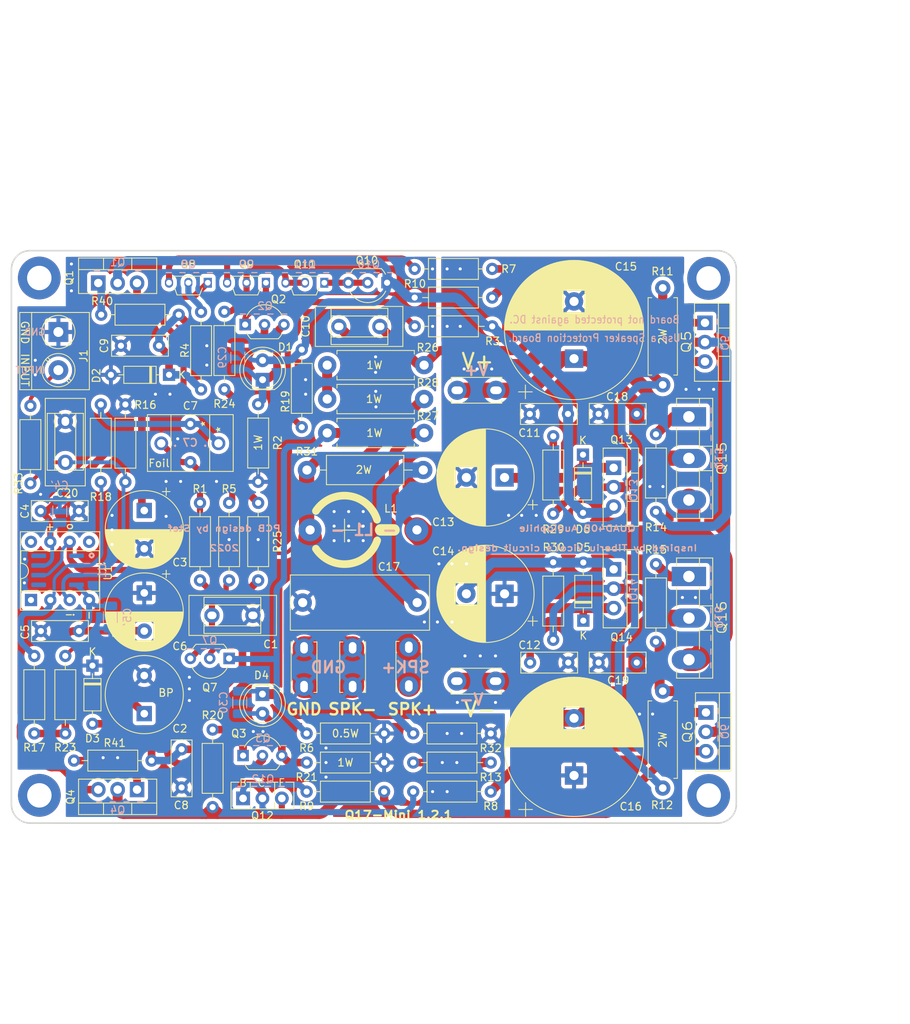
<source format=kicad_pcb>
(kicad_pcb (version 20211014) (generator pcbnew)
  (title_block (title "Q17-Mini the Quad405 reborn") (date "2022-08-09") (rev "1.2.1") (company "PCB design by Stef") (comment 1 "Zize 95 x 75 mm"))
  (layers (0 "F.Cu" signal) (31 "B.Cu" signal) (34 "B.Paste" user) (35 "F.Paste" user) (36 "B.SilkS" user "B.Silkscreen") (37 "F.SilkS" user "F.Silkscreen") (38 "B.Mask" user) (39 "F.Mask" user) (44 "Edge.Cuts" user))
  (net 0 "")
  (net 1 "GND")
  (net 2 "Net-(C1-Pad1)")
  (net 3 "Net-(C2-Pad1)")
  (net 4 "Net-(C3-Pad1)")
  (net 5 "Net-(C5-Pad2)")
  (net 6 "Net-(C7-Pad1)")
  (net 7 "Net-(R17-Pad2)")
  (net 8 "Net-(C8-Pad2)")
  (net 9 "Net-(C9-Pad2)")
  (net 10 "Net-(C10-Pad2)")
  (net 11 "Net-(C10-Pad1)")
  (net 12 "Net-(C11-Pad2)")
  (net 13 "GNDPWR")
  (net 14 "Net-(C12-Pad2)")
  (net 15 "Net-(C13-Pad1)")
  (net 16 "Net-(C14-Pad2)")
  (net 17 "Net-(C15-Pad1)")
  (net 18 "Net-(C16-Pad2)")
  (net 19 "Net-(C17-Pad1)")
  (net 20 "Net-(C29-Pad2)")
  (net 21 "Net-(C30-Pad1)")
  (net 22 "Net-(L1-Pad2)")
  (net 23 "Net-(J2-1-Pad1)")
  (net 24 "Net-(Q2-Pad1)")
  (net 25 "Net-(Q3-Pad1)")
  (net 26 "Net-(Q8-Pad2)")
  (net 27 "Net-(Q5-Pad3)")
  (net 28 "Net-(Q5-Pad2)")
  (net 29 "Net-(Q5-Pad1)")
  (net 30 "Net-(Q6-Pad3)")
  (net 31 "Net-(Q6-Pad2)")
  (net 32 "Net-(Q6-Pad1)")
  (net 33 "Net-(Q15-Pad1)")
  (net 34 "Net-(Q16-Pad1)")
  (net 35 "Net-(J1-Pad2)")
  (net 36 "Net-(R24-Pad2)")
  (net 37 "Net-(R26-Pad2)")
  (net 38 "Net-(Q8-Pad1)")
  (net 39 "Net-(Q7-Pad2)")
  (net 40 "Net-(Q10-Pad2)")
  (net 41 "Net-(Q9-Pad1)")
  (net 42 "Net-(Q8-Pad3)")
  (net 43 "Net-(Q11-Pad2)")
  (net 44 "Net-(Q12-Pad2)")
  (net 45 "Net-(Q12-Pad1)")
  (net 49 "Net-(C7-Pad2)")
  (net 50 "Net-(Q1-Pad1)")
  (net 51 "Net-(Q4-Pad1)")
  (net 52 "Net-(C20-Pad2)")
  (footprint "Q17_Library:Q12_BD139" (layer "F.Cu") (at 130.167004 126.824037)
    (fp_text reference "Q12")
    (fp_text value "BD139")
  )
  (footprint "Package_TO_SOT_THT:TO-220-3_Vertical" (layer "F.Cu") (at 178.73 83.51722 -90)
    (fp_text reference "Q13")
    (fp_text value "IRF610")
  )
  (footprint "Q17_Library:Faston_Connector_63849-1_TEC" (layer "F.Cu") (at 158.181495 111.463037 180)
    (fp_text reference "J3-3")
    (fp_text value "V-")
  )
  (footprint "Resistor_THT:R_Axial_DIN0207_L6.3mm_D2.5mm_P10.16mm_Horizontal" (layer "F.Cu") (at 137.861495 68.029037 -90)
    (fp_text reference "R19")
    (fp_text value "330R")
  )
  (footprint "LED_THT:LED_D5.0mm" (layer "F.Cu") (at 132.707004 113.162378 -90)
    (fp_text reference "D4")
    (fp_text value "RED 2V")
  )
  (footprint "Capacitor_THT:CP_Radial_D18.0mm_P7.50mm" (layer "F.Cu") (at 173.541041 123.825 90)
    (fp_text reference "C16")
    (fp_text value "2200uF/63V")
  )
  (footprint "Resistor_THT:R_Axial_DIN0207_L6.3mm_D2.5mm_P10.16mm_Horizontal" (layer "F.Cu") (at 162.626495 118.321037 180)
    (fp_text reference "R32")
    (fp_text value "10R")
  )
  (footprint "Resistor_THT:R_Axial_DIN0411_L9.9mm_D3.6mm_P12.70mm_Horizontal" (layer "F.Cu") (at 185.166 125.476 90)
    (fp_text reference "R12")
    (fp_text value "47R/2W")
  )
  (footprint "Package_TO_SOT_THT:TO-220-3_Vertical" (layer "F.Cu") (at 178.733018 96.816233 -90)
    (fp_text reference "Q14")
    (fp_text value "IRF9610")
  )
  (footprint "Capacitor_THT:C_Rect_L7.2mm_W2.5mm_P5.00mm_FKS2_FKP2_MKS2_MKP2" (layer "F.Cu") (at 172.786495 109.035525 180)
    (fp_text reference "C12")
    (fp_text value "100nF")
  )
  (footprint "Resistor_THT:R_Axial_DIN0207_L6.3mm_D2.5mm_P10.16mm_Horizontal" (layer "F.Cu") (at 138.496495 118.321037)
    (fp_text reference "R6")
    (fp_text value "100R/0.5W")
  )
  (footprint "MountingHole:MountingHole_3.2mm_M3_DIN965_Pad_TopBottom" (layer "F.Cu") (at 191.18882 126.440889)
    (fp_text reference "H3")
    (fp_text value "MountingHole_3.2mm_M3_DIN965_Pad_TopBottom")
  )
  (footprint "Resistor_THT:R_Axial_DIN0207_L6.3mm_D2.5mm_P10.16mm_Horizontal" (layer "F.Cu") (at 106.873495 118.321037 90)
    (fp_text reference "R23")
    (fp_text value "8k2")
  )
  (footprint "Resistor_THT:R_Axial_DIN0207_L6.3mm_D2.5mm_P10.16mm_Horizontal" (layer "F.Cu") (at 138.496495 122.131037)
    (fp_text reference "R21")
    (fp_text value "5k6/1W")
  )
  (footprint "Resistor_THT:R_Axial_DIN0207_L6.3mm_D2.5mm_P10.16mm_Horizontal" (layer "F.Cu") (at 111.578981 63.457037)
    (fp_text reference "R40")
    (fp_text value "100R")
  )
  (footprint "Resistor_THT:R_Axial_DIN0207_L6.3mm_D2.5mm_P10.16mm_Horizontal" (layer "F.Cu") (at 152.466495 125.941037)
    (fp_text reference "R8")
    (fp_text value "120R")
  )
  (footprint "Resistor_THT:R_Axial_DIN0207_L6.3mm_D2.5mm_P10.16mm_Horizontal" (layer "F.Cu") (at 128.337255 88.108855 -90)
    (fp_text reference "R5")
    (fp_text value "10R")
  )
  (footprint "Resistor_THT:R_Axial_DIN0207_L6.3mm_D2.5mm_P10.16mm_Horizontal" (layer "F.Cu") (at 102.301495 85.555037 90)
    (fp_text reference "R33")
    (fp_text value "680R")
  )
  (footprint "Capacitor_THT:C_Rect_L7.2mm_W2.5mm_P5.00mm_FKS2_FKP2_MKS2_MKP2" (layer "F.Cu") (at 167.743935 76.460045)
    (fp_text reference "C11")
    (fp_text value "100nF")
  )
  (footprint "Capacitor_THT:CP_Radial_D10.0mm_P5.00mm" (layer "F.Cu") (at 117.221 99.906037 -90)
    (fp_text reference "C6")
    (fp_text value "100uF/16V")
  )
  (footprint "Diode_THT:D_DO-35_SOD27_P7.62mm_Horizontal" (layer "F.Cu") (at 120.468981 71.331037 180)
    (fp_text reference "D2")
    (fp_text value "1N5248B")
  )
  (footprint "LED_THT:LED_D5.0mm" (layer "F.Cu") (at 132.725807 71.973424 90)
    (fp_text reference "D1")
    (fp_text value "RED 2V")
  )
  (footprint "Capacitor_THT:C_Rect_L18.0mm_W7.0mm_P15.00mm_FKS3_FKP3" (layer "F.Cu") (at 152.981495 101.176037 180)
    (fp_text reference "C17")
    (fp_text value "100nF MKP")
  )
  (footprint "Q17_Library:C_Mica_v2_L11.4mm_W4.3mm_H9.1_P5.9mm_mix" (layer "F.Cu") (at 125.83602 102.847763)
    (fp_text reference "C1")
    (fp_text value "470p Mica")
  )
  (footprint "Diode_THT:D_DO-35_SOD27_P7.62mm_Horizontal" (layer "F.Cu") (at 110.429495 109.431037 -90)
    (fp_text reference "D3")
    (fp_text value "1N5248B")
  )
  (footprint "Q17_Library:C_Mica_v2_L11.4mm_W4.3mm_H9.1_P5.9mm_mix" (layer "F.Cu") (at 106.873495 77.173037 -90)
    (fp_text reference "C20")
    (fp_text value "1nF FKP2")
  )
  (footprint "Resistor_THT:R_Axial_DIN0207_L6.3mm_D2.5mm_P10.16mm_Horizontal" (layer "F.Cu") (at 132.147255 75.190119 -90)
    (fp_text reference "R2")
    (fp_text value "5k6/1W")
  )
  (footprint "MountingHole:MountingHole_3.2mm_M3_DIN965_Pad_TopBottom" (layer "F.Cu") (at 103.463294 58.647028 180)
    (fp_text reference "H1")
    (fp_text value "MountingHole")
  )
  (footprint "Capacitor_THT:CP_Radial_D12.5mm_P5.00mm" (layer "F.Cu") (at 164.435 100.02722 180)
    (fp_text reference "C14")
    (fp_text value "220uF/63V")
  )
  (footprint "Diode_THT:D_DO-35_SOD27_P7.62mm_Horizontal" (layer "F.Cu") (at 174.715178 81.795433 -90)
    (fp_text reference "D6")
    (fp_text value "1N5245B")
  )
  (footprint "Capacitor_THT:CP_Radial_D10.0mm_P5.00mm" (layer "F.Cu") (at 117.221 89.111037 -90)
    (fp_text reference "C3")
    (fp_text value "100uF/16V")
  )
  (footprint "Q17_Library:Faston_Connector_63849-1_TEC" (layer "F.Cu") (at 144.526 107.096257 90)
    (fp_text reference "J3-2")
    (fp_text value "GND")
  )
  (footprint "Q17_Library:Faston_Connector_63849-1_TEC" (layer "F.Cu") (at 151.892 112.098037 -90)
    (fp_text reference "J2-1")
    (fp_text value "SPK+")
  )
  (footprint "Resistor_THT:R_Axial_DIN0207_L6.3mm_D2.5mm_P10.16mm_Horizontal" (layer "F.Cu") (at 170.810657 95.893438 -90)
    (fp_text reference "R30")
    (fp_text value "100R")
  )
  (footprint "Package_TO_SOT_THT:TO-220-3_Vertical" (layer "F.Cu") (at 116.271495 125.674 180)
    (fp_text reference "Q4")
    (fp_text value "IRF9610")
  )
  (footprint "Package_TO_SOT_THT:TO-92S_Wide" (layer "F.Cu") (at 133.162495 59.266037 180)
    (fp_text reference "Q9")
    (fp_text value "ZVP2106A")
  )
  (footprint "Resistor_THT:R_Axial_DIN0411_L9.9mm_D3.6mm_P12.70mm_Horizontal" (layer "F.Cu") (at 141.193195 78.951037)
    (fp_text reference "R27")
    (fp_text value "560R/1W")
  )
  (footprint "Package_TO_SOT_THT:TO-92_Inline_Wide" (layer "F.Cu") (at 128.341138 108.488597 180)
    (fp_text reference "Q7")
    (fp_text value "KSC1845")
  )
  (footprint "Resistor_THT:R_Axial_DIN0207_L6.3mm_D2.5mm_P10.16mm_Horizontal" (layer "F.Cu") (at 111.525847 85.372546 90)
    (fp_text reference "R18")
    (fp_text value "22k")
  )
  (footprint "Q17_Library:C_Mica_v2_L11.4mm_W4.3mm_H9.1_P5.9mm_mix" (layer "F.Cu") (at 148.351847 64.996938 180)
    (fp_text reference "C10")
    (fp_text value "47pF Mica")
  )
  (footprint "Resistor_THT:R_Axial_DIN0207_L6.3mm_D2.5mm_P10.16mm_Horizontal" (layer "F.Cu") (at 170.815 89.535 90)
    (fp_text reference "R29")
    (fp_text value "100R")
  )
  (footprint "Package_TO_SOT_THT:TO-3P-3_Vertical" (layer "F.Cu") (at 188.595 76.835 -90)
    (fp_text reference "Q15")
    (fp_text value "FQA46N15")
  )
  (footprint "Package_TO_SOT_THT:TO-92_Inline_Wide" (layer "F.Cu") (at 130.167004 121.221037)
    (fp_text reference "Q3")
    (fp_text value "KSC1845")
  )
  (footprint "Package_TO_SOT_THT:TO-3P-3_Vertical" (layer "F.Cu") (at 188.595 97.75222 -90)
    (fp_text reference "Q16")
    (fp_text value "FQA36P15")
  )
  (footprint "Resistor_THT:R_Axial_DIN0411_L9.9mm_D3.6mm_P12.70mm_Horizontal" (layer "F.Cu") (at 141.193195 74.506037)
    (fp_text reference "R28")
    (fp_text value "22R/1W")
  )
  (footprint "Q17_Library:C_Rect_L7.2mm_W11.0mm_P5.00mm_MKP2_Custom" (layer "F.Cu") (at 123.256495 77.770119 -90)
    (fp_text reference "C7")
    (fp_text value "1uF MKP")
  )
  (footprint "Capacitor_THT:C_Rect_L7.2mm_W2.5mm_P5.00mm_FKS2_FKP2_MKS2_MKP2" (layer "F.Cu") (at 122.113495 125.393037 90)
    (fp_text reference "C8")
    (fp_text value "100nF")
  )
  (footprint "Resistor_THT:R_Axial_DIN0207_L6.3mm_D2.5mm_P10.16mm_Horizontal" (layer "F.Cu") (at 114.747495 75.212546 -90)
    (fp_text reference "R16")
    (fp_text value "22k")
  )
  (footprint "Capacitor_THT:C_Rect_L7.2mm_W2.5mm_P5.00mm_FKS2_FKP2_MKS2_MKP2" (layer "F.Cu") (at 103.672 104.902)
    (fp_text reference "C5")
    (fp_text value "100nF")
  )
  (footprint "Resistor_THT:R_Axial_DIN0207_L6.3mm_D2.5mm_P10.16mm_Horizontal" (layer "F.Cu") (at 127.723168 63.072897 -90)
    (fp_text reference "R24")
    (fp_text value "10k")
  )
  (footprint "Capacitor_THT:CP_Radial_D12.5mm_P5.00mm" (layer "F.Cu") (at 164.435 84.78722 180)
    (fp_text reference "C13")
    (fp_text value "220uF/63V")
  )
  (footprint "Package_TO_SOT_THT:TO-92_Inline_Wide" (layer "F.Cu") (at 130.442168 64.756205)
    (fp_text reference "Q2")
    (fp_text value "KSA992")
  )
  (footprint "Capacitor_THT:C_Rect_L7.2mm_W2.5mm_P5.00mm_FKS2_FKP2_MKS2_MKP2" (layer "F.Cu") (at 108.651495 89.18142 180)
    (fp_text reference "C4")
    (fp_text value "100nF")
  )
  (footprint "MountingHole:MountingHole_3.2mm_M3_DIN965_Pad_TopBottom" (layer "F.Cu") (at 191.175082 58.697768 180)
    (fp_text reference "H2")
    (fp_text value "MountingHole")
  )
  (footprint "Resistor_THT:R_Axial_DIN0207_L6.3mm_D2.5mm_P10.16mm_Horizontal" (layer "F.Cu") (at 124.664255 73.248795 90)
    (fp_text reference "R4")
    (fp_text value "100R")
  )
  (footprint "Resistor_THT:R_Axial_DIN0207_L6.3mm_D2.5mm_P10.16mm_Horizontal" (layer "F.Cu") (at 138.496495 125.941037)
    (fp_text reference "R9")
    (fp_text value "100R")
  )
  (footprint "Resistor_THT:R_Axial_DIN0411_L9.9mm_D3.6mm_P15.24mm_Horizontal" (layer "F.Cu") (at 138.542982 83.805095)
    (fp_text reference "R31")
    (fp_text value "10R/2W")
  )
  (footprint "Capacitor_THT:C_Rect_L7.2mm_W2.5mm_P5.00mm_FKS2_FKP2_MKS2_MKP2" (layer "F.Cu") (at 114.158981 67.521037)
    (fp_text reference "C9")
    (fp_text value "100nF")
  )
  (footprint "Resistor_THT:R_Axial_DIN0207_L6.3mm_D2.5mm_P10.16mm_Horizontal" (layer "F.Cu") (at 124.527255 88.108855 -90)
    (fp_text reference "R1")
    (fp_text value "2.7k")
  )
  (footprint "Package_TO_SOT_THT:TO-220-3_Vertical" (layer "F.Cu") (at 190.825 115.57 -90)
    (fp_text reference "Q6")
    (fp_text value "FQP3N30")
  )
  (footprint "Q17_Library:L_Axial_L22mm_D10mm_P21mm_vertical_Q17_Mini" (layer "F.Cu") (at 138.953095 91.651837)
    (fp_text reference "L1")
    (fp_text value "1.2uH")
  )
  (footprint "Q17_Library:Faston_Connector_63849-1_TEC" (layer "F.Cu") (at 138.159385 107.096257 90)
    (fp_text reference "J2-2")
    (fp_text value "SPK-")
  )
  (footprint "Resistor_THT:R_Axial_DIN0411_L9.9mm_D3.6mm_P12.70mm_Horizontal" (layer "F.Cu") (at 153.893195 70.061037 180)
    (fp_text reference "R26")
    (fp_text value "22R/1W")
  )
  (footprint "Resistor_THT:R_Axial_DIN0207_L6.3mm_D2.5mm_P10.16mm_Horizontal" (layer "F.Cu") (at 126.177495 127.973037 90)
    (fp_text reference "R20")
    (fp_text value "330R")
  )
  (footprint "Resistor_THT:R_Axial_DIN0207_L6.3mm_D2.5mm_P10.16mm_Horizontal" (layer "F.Cu") (at 184.277 89.281 90)
    (fp_text reference "R14")
    (fp_text value "330R")
  )
  (footprint "Resistor_THT:R_Axial_DIN0207_L6.3mm_D2.5mm_P10.16mm_Horizontal" (layer "F.Cu") (at 184.277 106.299 90)
    (fp_text reference "R15")
    (fp_text value "330R")
  )
  (footprint "Resistor_THT:R_Axial_DIN0207_L6.3mm_D2.5mm_P10.16mm_Horizontal" (layer "F.Cu") (at 108.016495 121.877037)
    (fp_text reference "R41")
    (fp_text value "100R")
  )
  (footprint "Package_TO_SOT_THT:TO-220-3_Vertical" (layer "F.Cu") (at 190.698 64.516 -90)
    (fp_text reference "Q5")
    (fp_text value "FQP3P20")
  )
  (footprint "Resistor_THT:R_Axial_DIN0207_L6.3mm_D2.5mm_P10.16mm_Horizontal" (layer "F.Cu") (at 152.654 57.4548)
    (fp_text reference "R7")
    (fp_text value "100R")
  )
  (footprint "Package_TO_SOT_THT:TO-92_Inline_Wide" (layer "F.Cu") (at 149.037495 59.266037 180)
    (fp_text reference "Q10")
    (fp_text value "KSA992")
  )
  (footprint "Resistor_THT:R_Axial_DIN0207_L6.3mm_D2.5mm_P10.16mm_Horizontal" (layer "F.Cu") (at 162.626495 122.131037 180)
    (fp_text reference "R13")
    (fp_text value "10R")
  )
  (footprint "Resistor_THT:R_Axial_DIN0207_L6.3mm_D2.5mm_P10.16mm_Horizontal" (layer "F.Cu") (at 132.147255 88.108855 -90)
    (fp_text reference "R25")
    (fp_text value "7k5")
  )
  (footprint "Capacitor_THT:CP_Radial_D18.0mm_P7.50mm" (layer "F.Cu") (at 173.541041 69.215 90)
    (fp_text reference "C15")
    (fp_text value "2200uF/63V")
  )
  (footprint "Resistor_THT:R_Axial_DIN0207_L6.3mm_D2.5mm_P10.16mm_Horizontal" (layer "F.Cu") (at 152.654 61.214)
    (fp_text reference "R10")
    (fp_text value "10R")
  )
  (footprint "MountingHole:MountingHole_3.2mm_M3_DIN965_Pad_TopBottom" (layer "F.Cu") (at 103.475185 126.428054 180)
    (fp_text reference "H4")
    (fp_text value "MountingHole")
  )
  (footprint "Package_TO_SOT_THT:TO-92S_Wide" (layer "F.Cu") (at 125.542495 59.266037 180)
    (fp_text reference "Q8")
    (fp_text value "ZVN4206AV")
  )
  (footprint "Package_TO_SOT_THT:TO-220-3_Vertical" (layer "F.Cu") (at 111.191495 59.305919)
    (fp_text reference "Q1")
    (fp_text value "IRF610")
  )
  (footprint "Resistor_THT:R_Axial_DIN0207_L6.3mm_D2.5mm_P10.16mm_Horizontal" (layer "F.Cu") (at 162.819514 64.981037 180)
    (fp_text reference "R3")
    (fp_text value "150R")
  )
  (footprint "Resistor_THT:R_Axial_DIN0411_L9.9mm_D3.6mm_P12.70mm_Horizontal" (layer "F.Cu") (at 185.166 59.944 -90)
    (fp_text reference "R11")
    (fp_text value "47R/2W")
  )
  (footprint "Capacitor_THT:C_Rect_L7.2mm_W2.5mm_P5.00mm_FKS2_FKP2_MKS2_MKP2" (layer "F.Cu") (at 181.760783 109.035525 180)
    (fp_text reference "C19")
    (fp_text value "100nF")
  )
  (footprint "TerminalBlock_Phoenix:TerminalBlock_Phoenix_PT-1,5-2-5.0-H_1x02_P5.00mm_Horizontal" (layer "F.Cu") (at 105.96273 65.720802 -90)
    (fp_text reference "J1")
    (fp_text value "Input")
  )
  (footprint "Capacitor_THT:CP_Radial_D10.0mm_P5.00mm" (layer "F.Cu") (at 117.221 115.729897 90)
    (fp_text reference "C2")
    (fp_text value "100uF/10V BP")
  )
  (footprint "Package_TO_SOT_THT:TO-92S_Wide" (layer "F.Cu") (at 140.817495 59.266037 180)
    (fp_text reference "Q11")
    (fp_text value "ZVP2106A")
  )
  (footprint "Package_DIP:DIP-8_W7.62mm_Socket" (layer "F.Cu") (at 102.372 100.838 90)
    (fp_text reference "U1'")
    (fp_text value "OPA1641")
  )
  (footprint "Diode_THT:D_DO-35_SOD27_P7.62mm_Horizontal" (layer "F.Cu") (at 174.75491 103.540998 90)
    (fp_text reference "D5")
    (fp_text value "1N5245B")
  )
  (footprint "Q17_Library:Faston_Connector_63849-1_TEC" (layer "F.Cu") (at 158.2296 73.35722 180)
    (fp_text reference "J3-1")
    (fp_text value "V+")
  )
  (footprint "Resistor_THT:R_Axial_DIN0207_L6.3mm_D2.5mm_P10.16mm_Horizontal" (layer "F.Cu") (at 102.809495 118.321037 90)
    (fp_text reference "R17")
    (fp_text value "7k32")
  )
  (footprint "Capacitor_THT:C_Rect_L7.2mm_W2.5mm_P5.00mm_FKS2_FKP2_MKS2_MKP2" (layer "F.Cu") (at 176.764959 76.454)
    (fp_text reference "C18")
    (fp_text value "100nF")
  )
  (footprint "Capacitor_SMD:C_1206_3216Metric" (layer "B.Cu") (at 112.776 103.081037 -90)
    (fp_text reference "C5'")
    (fp_text value "100nF")
  )
  (footprint "Capacitor_SMD:C_1206_3216Metric" (layer "B.Cu") (at 129.479495 69.094037 -90)
    (fp_text reference "C29")
    (fp_text value "15nF")
  )
  (footprint "Capacitor_SMD:C_1206_3216Metric" (layer "B.Cu") (at 129.733495 114.257037 90)
    (fp_text reference "C30")
    (fp_text value "15nF")
  )
  (footprint "Package_SO:SOIC-8_3.9x4.9mm_P1.27mm" (layer "B.Cu") (at 105.854717 96.943097 180)
    (fp_text reference "U1")
    (fp_text value "OPA1641")
  )
  (footprint "Capacitor_SMD:C_1206_3216Metric" (layer "B.Cu") (at 106.146191 89.230785 90)
    (fp_text reference "C4'")
    (fp_text value "100nF")
  )
  (gr_line (start 194.806412 57.518381) (end 194.806634 127.615543) (layer "Edge.Cuts") (width 0.2))
  (gr_arc (start 99.811698 57.512454) (mid 100.529286 55.780043) (end 102.261697 55.062455) (layer "Edge.Cuts") (width 0.2))
  (gr_arc (start 194.806634 127.615543) (mid 194.089046 129.347954) (end 192.356635 130.065542) (layer "Edge.Cuts") (width 0.2))
  (gr_arc (start 192.366412 55.068383) (mid 194.092356 55.789502) (end 194.806412 57.518381) (layer "Edge.Cuts") (width 0.2))
  (gr_line (start 102.261697 55.062455) (end 192.366412 55.068383) (layer "Edge.Cuts") (width 0.2))
  (gr_arc (start 102.258328 130.064239) (mid 100.495701 129.315898) (end 99.80985 127.528029) (layer "Edge.Cuts") (width 0.2))
  (gr_line (start 102.258328 130.064239) (end 192.356635 130.065542) (layer "Edge.Cuts") (width 0.2))
  (gr_line (start 99.811698 57.512454) (end 99.80985 127.528029) (layer "Edge.Cuts") (width 0.2))
  (gr_text "Q12" (at 132.781495 124.290037) (layer "B.SilkS") (effects (font (size 1 1)) (justify mirror)))
  (gr_text "GND" (at 141.35886 109.641118) (layer "B.SilkS") (effects (font (size 1.5 1.5) (thickness 0.3)) (justify mirror)))
  (gr_text "- L1 -" (at 145.986337 91.645964) (layer "B.SilkS") (effects (font (size 1.5 1.5) (thickness 0.3)) (justify mirror)))
  (gr_text "Q1" (at 113.731495 56.599037) (layer "B.SilkS") (effects (font (size 1 1)) (justify mirror)))
  (gr_text "Q14" (at 181.249495 99.455037 -90) (layer "B.SilkS") (effects (font (size 1 1)) (justify mirror)))
  (gr_text ". C7 ." (at 123.234841 80.221037) (layer "B.SilkS") (effects (font (size 1 1) (thickness 0.2)) (justify mirror)))
  (gr_text "V-" (at 160.086495 113.876037) (layer "B.SilkS") (effects (font (size 1.5 1.5) (thickness 0.3)) (justify mirror)))
  (gr_text "V+" (at 160.721495 70.696037) (layer "B.SilkS") (effects (font (size 1.5 1.5) (thickness 0.3)) (justify mirror)))
  (gr_text "°" (at 111.125 94.996 -270) (layer "B.SilkS") (effects (font (size 2 2) (thickness 0.25))))
  (gr_text "- - - -" (at 123.129495 57.869037) (layer "B.SilkS") (effects (font (size 0.9 0.9)) (justify mirror)))
  (gr_text "Q4" (at 113.731495 128.354037) (layer "B.SilkS") (effects (font (size 1 1)) (justify mirror)))
  (gr_text "Q2" (at 133.052037 62.311172) (layer "B.SilkS") (effects (font (size 1 1)) (justify mirror)))
  (gr_text "Q3" (at 132.781495 118.956037) (layer "B.SilkS") (effects (font (size 1 1)) (justify mirror)))
  (gr_text "Q5" (at 193.233495 67.140037 -90) (layer "B.SilkS") (effects (font (size 1 1)) (justify mirror)))
  (gr_text "Board not protected against DC." (at 176.215495 64.092037) (layer "B.SilkS") (effects (font (size 1 0.9)) (justify mirror)))
  (gr_text "Q9" (at 130.622495 56.853037) (layer "B.SilkS") (effects (font (size 1 1)) (justify mirror)))
  (gr_text "Use a Speaker Protection Board." (at 176.215495 66.505037) (layer "B.SilkS") (effects (font (size 1 0.9)) (justify mirror)))
  (gr_text "Q15" (at 192.491758 82.297472 -90) (layer "B.SilkS") (effects (font (size 1 1)) (justify mirror)))
  (gr_text "- - - -" (at 192.371691 67.067429 -90) (layer "B.SilkS") (effects (font (size 0.9 0.9)) (justify mirror)))
  (gr_text "- - - -" (at 180.387691 86.382429 -90) (layer "B.SilkS") (effects (font (size 0.9 0.9)) (justify mirror)))
  (gr_text "Q11" (at 138.242495 56.853037) (layer "B.SilkS") (effects (font (size 1 1)) (justify mirror)))
  (gr_text "- - - - - - - -" (at 191.540341 103.08838 -90) (layer "B.SilkS") (effects (font (size 0.9 0.9)) (justify mirror)))
  (gr_text "- - - -" (at 146.751495 57.869037) (layer "B.SilkS") (effects (font (size 0.9 0.9)) (justify mirror)))
  (gr_text "- - - -" (at 132.527495 125.179037) (layer "B.SilkS") (effects (font (size 0.9 0.9)) (justify mirror)))
  (gr_text "Q7" (at 125.796495 106.129037) (layer "B.SilkS") (effects (font (size 1 1)) (justify mirror)))
  (gr_text "- - - -" (at 132.849189 63.300053) (layer "B.SilkS") (effects (font (size 0.9 0.9)) (justify mirror)))
  (gr_text "QUAD405 Audiophile\n\nInspired by Tiberiu Vicol's circuit design." (at 173.959279 92.743809) (layer "B.SilkS") (effects (font (size 0.8 1) (thickness 0.175)) (justify mirror)))
  (gr_text "GND" (at 102.880066 65.723416) (layer "B.SilkS") (effects (font (size 0.9 0.9)) (justify mirror)))
  (gr_text "INPUT" (at 102.301495 70.728429) (layer "B.SilkS") (effects (font (size 0.9 0.9)) (justify mirror)))
  (gr_text "Q8" (at 123.002495 56.853037) (layer "B.SilkS") (effects (font (size 1 1)) (justify mirror)))
  (gr_text "PCB design by Stef\n\n2022\n" (at 127.701495 92.743809) (layer "B.SilkS") (effects (font (size 0.8 1) (thickness 0.175)) (justify mirror)))
  (gr_text "Q10" (at 146.624495 56.853037) (layer "B.SilkS") (effects (font (size 1 1)) (justify mirror)))
  (gr_text "- - - -" (at 125.923495 107.145037) (layer "B.SilkS") (effects (font (size 0.9 0.9)) (justify mirror)))
  (gr_text "- - - -" (at 138.369495 57.869037) (layer "B.SilkS") (effects (font (size 0.9 0.9)) (justify mirror)))
  (gr_text "Q16" (at 192.471495 103.08838 -90) (layer "B.SilkS") (effects (font (size 1 1)) (justify mirror)))
  (gr_text "Q6" (at 193.233495 118.067037 -90) (layer "B.SilkS") (effects (font (size 1 1)) (justify mirror)))
  (gr_text "- - - -" (at 130.749495 57.869037) (layer "B.SilkS") (effects (font (size 0.9 0.9)) (justify mirror)))
  (gr_text "- - - -" (at 113.731495 57.615037) (layer "B.SilkS") (effects (font (size 0.9 0.9)) (justify mirror)))
  (gr_text "- - - -" (at 113.985495 127.211037) (layer "B.SilkS") (effects (font (size 0.9 0.9)) (justify mirror)))
  (gr_text "Q13" (at 181.249495 86.455037 -90) (layer "B.SilkS") (effects (font (size 1 1)) (justify mirror)))
  (gr_text "- - - -" (at 180.387691 99.382429 -90) (layer "B.SilkS") (effects (font (size 0.9 0.9)) (justify mirror)))
  (gr_text "- - - -" (at 192.471495 118.067037 -90) (layer "B.SilkS") (effects (font (size 0.9 0.9)) (justify mirror)))
  (gr_text "- - - -" (at 132.781495 119.845037) (layer "B.SilkS") (effects (font (size 0.9 0.9)) (justify mirror)))
  (gr_text "- - - - - - - -" (at 191.560604 82.297472 -90) (layer "B.SilkS") (effects (font (size 0.9 0.9)) (justify mirror)))
  (gr_text "SPK+" (at 151.461889 109.638794) (layer "B.SilkS") (effects (font (size 1.5 1.5) (thickness 0.3)) (justify mirror)))
  (gr_text "Foil" (at 119.152856 82.921746) (layer "F.SilkS") (effects (font (size 1 1))))
  (gr_text "i" (at 107.456847 102.771617 -90) (layer "F.SilkS") (effects (font (size 1 1))))
  (gr_text "2W" (at 185.166 119.126 -270) (layer "F.SilkS") (effects (font (size 1 1))))
  (gr_text "o" (at 107.604069 91.214695 -90) (layer "F.SilkS") (effects (font (size 1 1))))
  (gr_text "2W" (at 145.989495 83.777037) (layer "F.SilkS") (effects (font (size 1 1))))
  (gr_text "1W" (at 143.576495 122.131037) (layer "F.SilkS") (effects (font (size 1 1))))
  (gr_text "1W" (at 147.386495 70.061037) (layer "F.SilkS") (effects (font (size 1 1))))
  (gr_text "1W" (at 147.327095 74.506037) (layer "F.SilkS") (effects (font (size 1 1))))
  (gr_text "2W" (at 185.166 66.294 -270) (layer "F.SilkS") (effects (font (size 1 1))))
  (gr_text "INPUT" (at 101.574125 70.706645 -90) (layer "F.SilkS") (effects (font (size 1 1))))
  (gr_text "1W" (at 132.146495 80.221037 -270) (layer "F.SilkS") (effects (font (size 1 1))))
  (gr_text "+" (at 104.92495 91.271072 -90) (layer "F.SilkS") (effects (font (size 1 1))))
  (gr_text "BP" (at 120.081495 112.987037) (layer "F.SilkS") (effects (font (size 1 1))))
  (gr_text "0.5W" (at 143.576495 118.321037) (layer "F.SilkS") (effects (font (size 1 1))))
  (gr_text "-" (at 110.067692 102.848885 -90) (layer "F.SilkS") (effects (font (size 1 1))))
  (gr_text "GND" (at 101.574125 65.781855 -90) (layer "F.SilkS") (effects (font (size 1 1))))
  (gr_text "1W" (at 147.386495 78.951037) (layer "F.SilkS") (effects (font (size 1 1))))
  (gr_text "Q17-Mini 1.2.1" (at 150.549029 128.989037) (layer "F.SilkS") (effects (font (size 1 1.2) (thickness 0.25))))
  (via (at 156.276495 122.131037) (size 0.8) (drill 0.4) (layers "F.Cu" "B.Cu") (net 1))
  (via (at 147.581912 75.531029) (size 0.8) (drill 0.4) (layers "F.Cu" "B.Cu") (net 1))
  (via (at 147.558024 73.499029) (size 0.8) (drill 0.4) (layers "F.Cu" "B.Cu") (net 1))
  (via (at 156.911495 125.941037) (size 0.8) (drill 0.4) (layers "F.Cu" "B.Cu") (net 1))
  (via (at 120.081495 85.301037) (size 0.8) (drill 0.4) (layers "F.Cu" "B.Cu") (net 1))
  (via (at 120.589495 73.871037) (size 0.8) (drill 0.4) (layers "F.Cu" "B.Cu") (net 1))
  (via (at 123.129495 114.003037) (size 0.8) (drill 0.4) (layers "F.Cu" "B.Cu") (net 1))
  (via (at 101.510482 98.593096) (size 0.8) (drill 0.4) (layers "F.Cu" "B.Cu") (net 1))
  (via (at 102.936495 69.426037) (size 0.8) (drill 0.4) (layers "F.Cu" "B.Cu") (net 1))
  (via (at 118.684495 73.871037) (size 0.8) (drill 0.4) (layers "F.Cu" "B.Cu") (net 1))
  (via (at 158.816495 118.321037) (size 0.8) (drill 0.4) (layers "F.Cu" "B.Cu") (net 1))
  (via (at 141.036495 120.226037) (size 0.8) (drill 0.4) (layers "F.Cu" "B.Cu") (net 1))
  (via (at 101.547321 95.482384) (size 0.8) (drill 0.4) (layers "F.Cu" "B.Cu") (net 1))
  (via (at 112.995882 89.747634) (size 0.8) (drill 0.4) (layers "F.Cu" "B.Cu") (net 1))
  (via (at 112.997267 93.556037) (size 0.8) (drill 0.4) (layers "F.Cu" "B.Cu") (net 1))
  (via (at 156.911495 118.321037) (size 0.8) (drill 0.4) (layers "F.Cu" "B.Cu") (net 1))
  (via (at 147.534773 71.011229) (size 0.8) (drill 0.4) (layers "F.Cu" "B.Cu") (net 1))
  (via (at 131.511495 118.067037) (size 0.8) (drill 0.4) (layers "F.Cu" "B.Cu") (net 1))
  (via (at 126.685495 85.301037) (size 0.8) (drill 0.4) (layers "F.Cu" "B.Cu") (net 1))
  (via (at 103.634597 86.989902) (size 0.8) (drill 0.4) (layers "F.Cu" "B.Cu") (net 1))
  (via (at 154.993025 57.459451) (size 0.8) (drill 0.4) (layers "F.Cu" "B.Cu") (net 1))
  (via (at 155.006495 125.941037) (size 0.8) (drill 0.4) (layers "F.Cu" "B.Cu") (net 1))
  (via (at 112.997267 91.651037) (size 0.8) (drill 0.4) (layers "F.Cu" "B.Cu") (net 1))
  (via (at 123.129495 110.955037) (size 0.8) (drill 0.4) (layers "F.Cu" "B.Cu") (net 1))
  (via (at 141.036495 122.131037) (size 0.8) (drill 0.4) (layers "F.Cu" "B.Cu") (net 1))
  (via (at 132.146495 92.921037) (size 0.8) (drill 0.4) (layers "F.Cu" "B.Cu") (net 1))
  (via (at 132.781495 118.067037) (size 0.8) (drill 0.4) (layers "F.Cu" "B.Cu") (net 1))
  (via (at 147.534773 68.979229) (size 0.8) (drill 0.4) (layers "F.Cu" "B.Cu") (net 1))
  (via (at 102.936495 71.331037) (size 0.8) (drill 0.4) (layers "F.Cu" "B.Cu") (net 1))
  (via (at 128.337255 92.921037) (size 0.8) (drill 0.4) (layers "F.Cu" "B.Cu") (net 1))
  (via (at 121.986495 85.301037) (size 0.8) (drill 0.4) (layers "F.Cu" "B.Cu") (net 1))
  (via (at 125.415495 70.061037) (size 0.8) (drill 0.4) (layers "F.Cu" "B.Cu") (net 1))
  (via (at 141.036495 124.036037) (size 0.8) (drill 0.4) (layers "F.Cu" "B.Cu") (net 1))
  (via (at 111.826495 121.496037) (size 0.8) (drill 0.4) (layers "F.Cu" "B.Cu") (net 1))
  (via (at 125.415495 67.521037) (size 0.8) (drill 0.4) (layers "F.Cu" "B.Cu") (net 1))
  (via (at 158.181495 122.131037) (size 0.8) (drill 0.4) (layers "F.Cu" "B.Cu") (net 1))
  (via (at 107.672801 56.814414) (size 0.8) (drill 0.4) (layers "F.Cu" "B.Cu") (net 1))
  (via (at 107.672801 60.327757) (size 0.8) (drill 0.4) (layers "F.Cu" "B.Cu") (net 1))
  (via (at 138.369495 73.871037) (size 0.8) (drill 0.4) (layers "F.Cu" "B.Cu") (net 1))
  (via (at 138.363683 71.966037) (size 0.8) (drill 0.4) (layers "F.Cu" "B.Cu") (net 1))
  (via (at 113.731495 121.496037) (size 0.8) (drill 0.4) (layers "F.Cu" "B.Cu") (net 1))
  (via (at 120.081495 89.873037) (size 0.8) (drill 0.4) (layers "F.Cu" "B.Cu") (net 1))
  (via (at 155.006495 64.981037) (size 0.8) (drill 0.4) (layers "F.Cu" "B.Cu") (net 1))
  (via (at 121.605495 79.713037) (size 0.8) (drill 0.4) (layers "F.Cu" "B.Cu") (net 1))
  (via (at 123.129495 112.479037) (size 0.8) (drill 0.4) (layers "F.Cu" "B.Cu") (net 1))
  (segment (start 126.09002 100.245834) (end 126.09002 102.845136) (width 0.8) (layer "F.Cu") (net 2))
  (segment (start 126.09002 102.845136) (end 126.09002 105.245501) (width 0.8) (layer "F.Cu") (net 2))
  (segment (start 125.797127 105.952608) (end 123.261138 108.488597) (width 0.8) (layer "F.Cu") (net 2))
  (segment (start 124.527255 98.268855) (end 125.797127 99.538727) (width 0.8) (layer "F.Cu") (net 2))
  (arc (start 125.797127 99.538727) (mid 126.0139 99.86315) (end 126.09002 100.245834) (width 0.8) (layer "F.Cu") (net 2))
  (arc (start 125.797127 105.952608) (mid 126.0139 105.628185) (end 126.09002 105.245501) (width 0.8) (layer "F.Cu") (net 2))
  (segment (start 107.596602 114.80393) (end 107.166388 115.234144) (width 1) (layer "F.Cu") (net 3))
  (segment (start 106.873495 118.321037) (end 102.809495 118.321037) (width 1) (layer "F.Cu") (net 3))
  (segment (start 106.873495 115.941251) (end 106.873495 118.321037) (width 1) (layer "F.Cu") (net 3))
  (segment (start 115.587926 114.511037) (end 108.303709 114.511037) (width 1) (layer "F.Cu") (net 3))
  (segment (start 116.295033 114.80393) (end 117.221 115.729897) (width 1) (layer "F.Cu") (net 3))
  (arc (start 115.587926 114.511037) (mid 115.970609 114.587157) (end 116.295033 114.80393) (width 1) (layer "F.Cu") (net 3))
  (arc (start 108.303709 114.511037) (mid 107.921026 114.587157) (end 107.596602 114.80393) (width 1) (layer "F.Cu") (net 3))
  (arc (start 107.166388 115.234144) (mid 106.949615 115.558567) (end 106.873495 115.941251) (width 1) (layer "F.Cu") (net 3))
  (segment (start 110.677816 83.020716) (end 113.692602 80.00593) (width 1) (layer "F.Cu") (net 4))
  (segment (start 116.271495 68.537037) (end 116.271495 59.305919) (width 1) (layer "F.Cu") (net 4))
  (segment (start 116.906495 70.000465) (end 116.906495 79.840037) (width 1) (layer "F.Cu") (net 4))
  (segment (start 104.843219 88.888527) (end 110.677816 83.05393) (width 1) (layer "F.Cu") (net 4))
  (segment (start 114.399709 79.713037) (end 116.779495 79.713037) (width 1) (layer "F.Cu") (net 4))
  (segment (start 104.912 90.856139) (end 104.912 93.213106) (width 0.8) (layer "F.Cu") (net 4))
  (segment (start 103.651495 89.18142) (end 104.136112 89.18142) (width 1) (layer "F.Cu") (net 4))
  (segment (start 110.677816 83.05393) (end 110.677816 83.020716) (width 1) (layer "F.Cu") (net 4))
  (segment (start 116.779495 79.713037) (end 116.906495 79.840037) (width 1) (layer "F.Cu") (net 4))
  (segment (start 103.651495 89.18142) (end 104.619107 90.149032) (width 0.8) (layer "F.Cu") (net 4))
  (segment (start 116.613602 69.293358) (end 116.564388 69.244144) (width 1) (layer "F.Cu") (net 4))
  (segment (start 116.906495 79.840037) (end 116.906495 88.796532) (width 1) (layer "F.Cu") (net 4))
  (arc (start 116.906495 70.000465) (mid 116.830375 69.617782) (end 116.613602 69.293358) (width 1) (layer "F.Cu") (net 4))
  (arc (start 104.136112 89.18142) (mid 104.518795 89.1053) (end 104.843219 88.888527) (width 1) (layer "F.Cu") (net 4))
  (arc (start 104.912 90.856139) (mid 104.83588 90.473456) (end 104.619107 90.149032) (width 0.8) (layer "F.Cu") (net 4))
  (arc (start 116.564388 69.244144) (mid 116.347615 68.919721) (end 116.271495 68.537037) (width 1) (layer "F.Cu") (net 4))
  (arc (start 114.399709 79.713037) (mid 114.017026 79.789157) (end 113.692602 80.00593) (width 1) (layer "F.Cu") (net 4))
  (segment (start 105.156 95.196024) (end 105.156 93.462) (width 0.5) (layer "B.Cu") (net 4))
  (segment (start 104.751034 96.015204) (end 104.863107 95.903131) (width 0.5) (layer "B.Cu") (net 4))
  (segment (start 106.146191 90.705785) (end 105.204893 91.647083) (width 0.5) (layer "B.Cu") (net 4))
  (segment (start 104.912 92.35419) (end 104.912 93.218) (width 0.5) (layer "B.Cu") (net 4))
  (arc (start 104.043927 96.308097) (mid 104.42661 96.231977) (end 104.751034 96.015204) (width 0.5) (layer "B.Cu") (net 4))
  (arc (start 105.204893 91.647083) (mid 104.98812 91.971506) (end 104.912 92.35419) (width 0.5) (layer "B.Cu") (net 4))
  (arc (start 104.863107 95.903131) (mid 105.07988 95.578708) (end 105.156 95.196024) (width 0.5) (layer "B.Cu") (net 4))
  (segment (start 108.723037 104.859037) (end 117.174 104.859037) (width 1) (layer "F.Cu") (net 5))
  (segment (start 108.975671 125.381107) (end 106.671774 123.07721) (width 1) (layer "F.Cu") (net 5))
  (segment (start 105.073984 107.350953) (end 107.230044 105.194893) (width 1) (layer "F.Cu") (net 5))
  (segment (start 104.781091 112.887227) (end 104.781091 108.05806) (width 1) (layer "F.Cu") (net 5))
  (segment (start 111.191495 125.674) (end 109.682778 125.674) (width 1) (layer "F.Cu") (net 5))
  (segment (start 107.937151 104.902) (end 108.672 104.902) (width 1) (layer "F.Cu") (net 5))
  (segment (start 104.410244 122.491424) (end 101.302877 119.384057) (width 1) (layer "F.Cu") (net 5))
  (segment (start 105.964667 122.784317) (end 105.117351 122.784317) (width 1) (layer "F.Cu") (net 5))
  (segment (start 101.009984 118.67695) (end 101.009984 117.486762) (width 1) (layer "F.Cu") (net 5))
  (segment (start 101.302877 116.779655) (end 104.488198 113.594334) (width 1) (layer "F.Cu") (net 5))
  (arc (start 101.302877 116.779655) (mid 101.086104 117.104078) (end 101.009984 117.486762) (width 1) (layer "F.Cu") (net 5))
  (arc (start 109.682778 125.674) (mid 109.300095 125.59788) (end 108.975671 125.381107) (width 1) (layer "F.Cu") (net 5))
  (arc (start 101.302877 119.384057) (mid 101.086104 119.059634) (end 101.009984 118.67695) (width 1) (layer "F.Cu") (net 5))
  (arc (start 104.781091 108.05806) (mid 104.857211 107.675377) (end 105.073984 107.350953) (width 1) (layer "F.Cu") (net 5))
  (arc (start 104.488198 113.594334) (mid 104.704971 113.269911) (end 104.781091 112.887227) (width 1) (layer "F.Cu") (net 5))
  (arc (start 107.937151 104.902) (mid 107.554468 104.97812) (end 107.230044 105.194893) (width 1) (layer "F.Cu") (net 5))
  (arc (start 105.964667 122.784317) (mid 106.34735 122.860437) (end 106.671774 123.07721) (width 1) (layer "F.Cu") (net 5))
  (arc (start 105.117351 122.784317) (mid 104.734668 122.708197) (end 104.410244 122.491424) (width 1) (layer "F.Cu") (net 5))
  (segment (start 108.329717 98.848097) (end 109.992 100.51038) (width 0.6) (layer "B.Cu") (net 5))
  (segment (start 109.992 100.838) (end 109.992 103.167786) (width 0.8) (layer "B.Cu") (net 5))
  (segment (start 109.699107 103.874893) (end 108.672 104.902) (width 0.8) (layer "B.Cu") (net 5))
  (segment (start 111.174251 101.606037) (end 112.776 101.606037) (width 0.6) (layer "B.Cu") (net 5))
  (segment (start 109.992 100.838) (end 110.467144 101.313144) (width 0.6) (layer "B.Cu") (net 5))
  (arc (start 111.174251 101.606037) (mid 110.791568 101.529917) (end 110.467144 101.313144) (width 0.6) (layer "B.Cu") (net 5))
  (arc (start 109.992 103.167786) (mid 109.91588 103.550469) (end 109.699107 103.874893) (width 0.8) (layer "B.Cu") (net 5))
  (segment (start 124.406495 77.770119) (end 126.946495 80.310119) (width 0.8) (layer "B.Cu") (net 6))
  (segment (start 111.525847 76.077175) (end 111.525847 75.212546) (width 0.8) (layer "B.Cu") (net 6))
  (segment (start 112.511684 77.477226) (end 111.81874 76.784282) (width 0.8) (layer "B.Cu") (net 6))
  (segment (start 123.256495 77.770119) (end 124.406495 77.770119) (width 0.8) (layer "B.Cu") (net 6))
  (segment (start 123.256495 77.770119) (end 113.218791 77.770119) (width 0.8) (layer "B.Cu") (net 6))
  (arc (start 112.511684 77.477226) (mid 112.836107 77.693999) (end 113.218791 77.770119) (width 0.8) (layer "B.Cu") (net 6))
  (arc (start 111.525847 76.077175) (mid 111.601967 76.459858) (end 111.81874 76.784282) (width 0.8) (layer "B.Cu") (net 6))
  (segment (start 108.331525 96.306289) (end 110.028534 96.306289) (width 0.5) (layer "B.Cu") (net 7))
  (segment (start 105.702893 97.678283) (end 106.780186 96.60099) (width 0.4) (layer "B.Cu") (net 7))
  (segment (start 110.637328 96.015204) (end 111.308606 95.343926) (width 0.5) (layer "B.Cu") (net 7))
  (segment (start 101.575021 102.537511) (end 103.657297 102.537511) (width 0.8) (layer "B.Cu") (net 7))
  (segment (start 101.324388 102.788144) (end 101.575021 102.537511) (width 0.8) (layer "B.Cu") (net 7))
  (segment (start 101.031495 105.968823) (end 101.031495 103.495251) (width 0.8) (layer "B.Cu") (net 7))
  (segment (start 105.41 99.925786) (end 105.41 98.38539) (width 0.4) (layer "B.Cu") (net 7))
  (segment (start 111.601499 94.636819) (end 111.601499 85.451379) (width 0.5) (layer "B.Cu") (net 7))
  (segment (start 104.912 101.282808) (end 104.912 100.838) (width 0.8) (layer "B.Cu") (net 7))
  (segment (start 104.364404 102.244618) (end 104.619107 101.989915) (width 0.8) (layer "B.Cu") (net 7))
  (segment (start 102.809495 108.161037) (end 101.324388 106.67593) (width 0.8) (layer "B.Cu") (net 7))
  (segment (start 107.487293 96.308097) (end 108.329717 96.308097) (width 0.4) (layer "B.Cu") (net 7))
  (arc (start 101.324388 106.67593) (mid 101.107615 106.351507) (end 101.031495 105.968823) (width 0.8) (layer "B.Cu") (net 7))
  (arc (start 104.912 101.282808) (mid 104.83588 101.665491) (end 104.619107 101.989915) (width 0.8) (layer "B.Cu") (net 7))
  (arc (start 101.031495 103.495251) (mid 101.107615 103.112568) (end 101.324388 102.788144) (width 0.8) (layer "B.Cu") (net 7))
  (arc (start 110.028534 96.306289) (mid 110.357778 96.212093) (end 110.637328 96.015204) (width 0.5) (layer "B.Cu") (net 7))
  (arc (start 104.364404 102.244618) (mid 104.039981 102.461391) (end 103.657297 102.537511) (width 0.8) (layer "B.Cu") (net 7))
  (arc (start 105.41 98.38539) (mid 105.48612 98.002707) (end 105.702893 97.678283) (width 0.4) (layer "B.Cu") (net 7))
  (arc (start 106.780186 96.60099) (mid 107.104609 96.384217) (end 107.487293 96.308097) (width 0.4) (layer "B.Cu") (net 7))
  (arc (start 111.308606 95.343926) (mid 111.525379 95.019503) (end 111.601499 94.636819) (width 0.5) (layer "B.Cu") (net 7))
  (arc (start 105.41 99.925786) (mid 105.33388 100.308469) (end 105.117107 100.632893) (width 0.4) (layer "B.Cu") (net 7))
  (segment (start 131.500095 122.970548) (end 132.705277 121.765366) (width 1) (layer "F.Cu") (net 8))
  (segment (start 117.883602 119.933144) (end 115.294388 117.34393) (width 1) (layer "F.Cu") (net 8))
  (segment (start 122.113495 120.393037) (end 125.670877 120.393037) (width 1) (layer "F.Cu") (net 8))
  (segment (start 132.705277 121.765366) (end 132.705277 121.221037) (width 1) (layer "F.Cu") (net 8))
  (segment (start 125.670877 120.393037) (end 128.248388 122.970548) (width 1) (layer "F.Cu") (net 8))
  (segment (start 128.248388 122.970548) (end 131.500095 122.970548) (width 1) (layer "F.Cu") (net 8))
  (segment (start 118.176495 121.877037) (end 118.176495 120.640251) (width 1) (layer "F.Cu") (net 8))
  (segment (start 114.587281 117.051037) (end 110.429495 117.051037) (width 1) (layer "F.Cu") (net 8))
  (arc (start 115.294388 117.34393) (mid 114.969965 117.127157) (end 114.587281 117.051037) (width 1) (layer "F.Cu") (net 8))
  (arc (start 117.883602 119.933144) (mid 118.100375 120.257567) (end 118.176495 120.640251) (width 1) (layer "F.Cu") (net 8))
  (segment (start 118.176495 121.877037) (end 120.215281 121.877037) (width 1) (layer "B.Cu") (net 8))
  (segment (start 120.922388 121.584144) (end 122.113495 120.393037) (width 1) (layer "B.Cu") (net 8))
  (arc (start 120.215281 121.877037) (mid 120.597964 121.800917) (end 120.922388 121.584144) (width 1) (layer "B.Cu") (net 8))
  (segment (start 132.982168 64.756205) (end 132.982168 65.63615) (width 1) (layer "F.Cu") (net 9))
  (segment (start 126.21918 64.981037) (end 123.677195 64.981037) (width 1) (layer "F.Cu") (net 9))
  (segment (start 122.970088 64.688144) (end 121.738981 63.457037) (width 1) (layer "F.Cu") (net 9))
  (segment (start 120.468981 71.331037) (end 120.468981 69.245251) (width 1) (layer "F.Cu") (net 9))
  (segment (start 132.689275 66.343257) (end 132.566388 66.466144) (width 1) (layer "F.Cu") (net 9))
  (segment (start 131.859281 66.759037) (end 128.825608 66.759037) (width 1) (layer "F.Cu") (net 9))
  (segment (start 128.118501 66.466144) (end 126.926287 65.27393) (width 1) (layer "F.Cu") (net 9))
  (segment (start 120.176088 68.538144) (end 119.158981 67.521037) (width 1) (layer "F.Cu") (net 9))
  (arc (start 128.825608 66.759037) (mid 128.442925 66.682917) (end 128.118501 66.466144) (width 1) (layer "F.Cu") (net 9))
  (arc (start 131.859281 66.759037) (mid 132.241964 66.682917) (end 132.566388 66.466144) (width 1) (layer "F.Cu") (net 9))
  (arc (start 120.468981 69.245251) (mid 120.392861 68.862568) (end 120.176088 68.538144) (width 1) (layer "F.Cu") (net 9))
  (arc (start 132.982168 65.63615) (mid 132.906048 66.018833) (end 132.689275 66.343257) (width 1) (layer "F.Cu") (net 9))
  (arc (start 122.970088 64.688144) (mid 123.294511 64.904917) (end 123.677195 64.981037) (width 1) (layer "F.Cu") (net 9))
  (arc (start 126.926287 65.27393) (mid 126.601864 65.057157) (end 126.21918 64.981037) (width 1) (layer "F.Cu") (net 9))
  (segment (start 124.664255 73.248795) (end 123.03939 71.62393) (width 1) (layer "B.Cu") (net 9))
  (segment (start 119.158981 67.521037) (end 119.158981 66.451251) (width 1) (layer "B.Cu") (net 9))
  (segment (start 122.332283 71.331037) (end 120.468981 71.331037) (width 1) (layer "B.Cu") (net 9))
  (segment (start 119.451874 65.744144) (end 121.738981 63.457037) (width 1) (layer "B.Cu") (net 9))
  (arc (start 123.03939 71.62393) (mid 122.714967 71.407157) (end 122.332283 71.331037) (width 1) (layer "B.Cu") (net 9))
  (arc (start 119.158981 66.451251) (mid 119.235101 66.068568) (end 119.451874 65.744144) (width 1) (layer "B.Cu") (net 9))
  (segment (start 144.553602 66.826872) (end 142.726295 64.999565) (width 1.3) (layer "F.Cu") (net 10))
  (segment (start 144.846495 76.885823) (end 144.846495 67.533979) (width 1.3) (layer "F.Cu") (net 10))
  (segment (start 143.488388 78.658144) (end 144.553602 77.59293) (width 1.3) (layer "F.Cu") (net 10))
  (segment (start 141.193195 78.951037) (end 142.781281 78.951037) (width 1.3) (layer "F.Cu") (net 10))
  (arc (start 144.553602 77.59293) (mid 144.770375 77.268507) (end 144.846495 76.885823) (width 1.3) (layer "F.Cu") (net 10))
  (arc (start 144.553602 66.826872) (mid 144.770375 67.151295) (end 144.846495 67.533979) (width 1.3) (layer "F.Cu") (net 10))
  (arc (start 142.781281 78.951037) (mid 143.163965 78.874917) (end 143.488388 78.658144) (width 1.3) (layer "F.Cu") (net 10))
  (segment (start 135.520776 81.70597) (end 135.520776 97.908048) (width 0.8) (layer "B.Cu") (net 10))
  (segment (start 134.559495 107.907037) (end 134.572001 107.919543) (width 0.8) (layer "B.Cu") (net 10))
  (segment (start 134.559495 99.697757) (end 134.559495 107.907037) (width 0.8) (layer "B.Cu") (net 10))
  (segment (start 134.572001 108.681543) (end 134.572001 113.982329) (width 0.8) (layer "B.Cu") (net 10))
  (segment (start 134.572001 99.685251) (end 134.559495 99.697757) (width 0.8) (layer "B.Cu") (net 10))
  (segment (start 128.463495 108.563037) (end 134.453495 108.563037) (width 0.8) (layer "B.Cu") (net 10))
  (segment (start 135.227883 98.615155) (end 134.864894 98.978144) (width 0.8) (layer "B.Cu") (net 10))
  (segment (start 136.088476 80.724056) (end 135.813669 80.998863) (width 0.8) (layer "B.Cu") (net 10))
  (segment (start 141.191702 78.951037) (end 139.711576 80.431163) (width 0.8) (layer "B.Cu") (net 10))
  (segment (start 134.864894 114.689436) (end 138.496495 118.321037) (width 0.8) (layer "B.Cu") (net 10))
  (segment (start 139.004469 80.724056) (end 136.088476 80.724056) (width 0.8) (layer "B.Cu") (net 10))
  (segment (start 134.572001 107.919543) (end 134.572001 108.681543) (width 0.8) (layer "B.Cu") (net 10))
  (arc (start 135.813669 80.998863) (mid 135.596896 81.323287) (end 135.520776 81.70597) (width 0.8) (layer "B.Cu") (net 10))
  (arc (start 134.572001 113.982329) (mid 134.648121 114.365012) (end 134.864894 114.689436) (width 0.8) (layer "B.Cu") (net 10))
  (arc (start 134.864894 98.978144) (mid 134.648121 99.302568) (end 134.572001 99.685251) (width 0.8) (layer "B.Cu") (net 10))
  (arc (start 139.711576 80.431163) (mid 139.387152 80.647936) (end 139.004469 80.724056) (width 0.8) (layer "B.Cu") (net 10))
  (arc (start 135.520776 97.908048) (mid 135.444656 98.290731) (end 135.227883 98.615155) (width 0.8) (layer "B.Cu") (net 10))
  (segment (start 177.79593 65.27393) (end 185.166 72.644) (width 1.2) (layer "F.Cu") (net 11))
  (segment (start 166.729388 67.863144) (end 169.318602 65.27393) (width 1.2) (layer "F.Cu") (net 11))
  (segment (start 152.866426 69.768144) (end 148.097847 64.999565) (width 1.2) (layer "F.Cu") (net 11))
  (segment (start 153.893195 70.061037) (end 155.505302 68.44893) (width 1.2) (layer "F.Cu") (net 11))
  (segment (start 169.321784 65.27393) (end 169.38968 65.206034) (width 1.2) (layer "F.Cu") (net 11))
  (segment (start 170.025709 64.981037) (end 177.088823 64.981037) (width 1.2) (layer "F.Cu") (net 11))
  (segment (start 169.318602 65.27393) (end 169.321784 65.27393) (width 1.2) (layer "F.Cu") (net 11))
  (segment (start 156.212409 68.156037) (end 166.022281 68.156037) (width 1.2) (layer "F.Cu") (net 11))
  (arc (start 169.38968 65.206034) (mid 169.688819 65.039493) (end 170.025709 64.981037) (width 1.2) (layer "F.Cu") (net 11))
  (arc (start 166.022281 68.156037) (mid 166.404964 68.079917) (end 166.729388 67.863144) (width 1.2) (layer "F.Cu") (net 11))
  (arc (start 155.505302 68.44893) (mid 155.829725 68.232157) (end 156.212409 68.156037) (width 1.2) (layer "F.Cu") (net 11))
  (arc (start 177.088823 64.981037) (mid 177.471507 65.057157) (end 177.79593 65.27393) (width 1.2) (layer "F.Cu") (net 11))
  (arc (start 152.866426 69.768144) (mid 153.190849 69.984917) (end 153.573533 70.061037) (width 1.2) (layer "F.Cu") (net 11))
  (segment (start 179.390495 119.286281) (end 179.390495 107.051251) (width 1) (layer "B.Cu") (net 11))
  (segment (start 181.514311 104.099007) (end 181.514311 81.108067) (width 1) (layer "B.Cu") (net 11))
  (segment (start 179.771495 78.536823) (end 179.771495 75.335125) (width 1) (layer "B.Cu") (net 11))
  (segment (start 185.166 125.476) (end 179.683388 119.993388) (width 1) (layer "B.Cu") (net 11))
  (segment (start 180.064388 74.628018) (end 181.755513 72.936893) (width 1) (layer "B.Cu") (net 11))
  (segment (start 181.221418 80.40096) (end 180.064388 79.24393) (width 1) (layer "B.Cu") (net 11))
  (segment (start 182.46262 72.644) (end 185.166 72.644) (width 1) (layer "B.Cu") (net 11))
  (segment (start 179.683388 106.344144) (end 181.221418 104.806114) (width 1) (layer "B.Cu") (net 11))
  (arc (start 179.771495 75.335125) (mid 179.847615 74.952442) (end 180.064388 74.628018) (width 1) (layer "B.Cu") (net 11))
  (arc (start 179.390495 119.286281) (mid 179.466615 119.668964) (end 179.683388 119.993388) (width 1) (layer "B.Cu") (net 11))
  (arc (start 181.755513 72.936893) (mid 182.079936 72.72012) (end 182.46262 72.644) (width 1) (layer "B.Cu") (net 11))
  (arc (start 181.221418 80.40096) (mid 181.438191 80.725383) (end 181.514311 81.108067) (width 1) (layer "B.Cu") (net 11))
  (arc (start 180.064388 79.24393) (mid 179.847615 78.919507) (end 179.771495 78.536823) (width 1) (layer "B.Cu") (net 11))
  (arc (start 179.390495 107.051251) (mid 179.466615 106.668568) (end 179.683388 106.344144) (width 1) (layer "B.Cu") (net 11))
  (arc (start 181.514311 104.099007) (mid 181.438191 104.48169) (end 181.221418 104.806114) (width 1) (layer "B.Cu") (net 11))
  (segment (start 137.861495 68.029037) (end 136.750001 69.140531) (width 1) (layer "B.Cu") (net 12))
  (segment (start 152.654 61.214) (end 157.810244 61.214) (width 1.3) (layer "B.Cu") (net 12))
  (segment (start 129.479495 67.619037) (end 131.000989 69.140531) (width 0.6) (layer "B.Cu") (net 12))
  (segment (start 131.708096 69.433424) (end 132.725807 69.433424) (width 0.6) (layer "B.Cu") (net 12))
  (segment (start 172.764511 87.050552) (end 172.764511 76.480621) (width 1.3) (layer "B.Cu") (net 12))
  (segment (start 149.037495 59.266037) (end 149.037495 59.994823) (width 1) (layer "B.Cu") (net 12))
  (segment (start 162.405709 64.981037) (end 162.819514 64.981037) (width 1.3) (layer "B.Cu") (net 12))
  (segment (start 147.325041 56.371526) (end 115.13522 56.371526) (width 1.2) (layer "B.Cu") (net 12))
  (segment (start 172.451042 74.612565) (end 162.819514 64.981037) (width 1.3) (layer "B.Cu") (net 12))
  (segment (start 147.226281 61.806037) (end 141.450709 61.806037) (width 1) (layer "B.Cu") (net 12))
  (segment (start 140.743602 62.09893) (end 138.662388 64.180144) (width 1) (layer "B.Cu") (net 12))
  (segment (start 174.715178 89.415433) (end 173.057404 87.757659) (width 1.3) (layer "B.Cu") (net 12))
  (segment (start 136.042894 69.433424) (end 132.725807 69.433424) (width 1) (layer "B.Cu") (net 12))
  (segment (start 113.731495 57.775251) (end 113.731495 59.305919) (width 1.2) (layer "B.Cu") (net 12))
  (segment (start 158.517351 61.506893) (end 161.698602 64.688144) (width 1.3) (layer "B.Cu") (net 12))
  (segment (start 152.288672 61.214) (end 152.654 61.214) (width 1.3) (layer "B.Cu") (net 12))
  (segment (start 178.73 88.59722) (end 178.20468 89.12254) (width 1.3) (layer "B.Cu") (net 12))
  (segment (start 138.076602 67.81393) (end 137.861495 68.029037) (width 1) (layer "B.Cu") (net 12))
  (segment (start 149.037495 59.266037) (end 149.037495 58.08398) (width 1.2) (layer "B.Cu") (net 12))
  (segment (start 148.744602 57.376873) (end 148.032148 56.664419) (width 1.2) (layer "B.Cu") (net 12))
  (segment (start 150.219388 59.55893) (end 151.581565 60.921107) (width 1.3) (layer "B.Cu") (net 12))
  (segment (start 149.037495 59.266037) (end 149.512281 59.266037) (width 1.3) (layer "B.Cu") (net 12))
  (segment (start 177.497573 89.415433) (end 174.715178 89.415433) (width 1.3) (layer "B.Cu") (net 12))
  (segment (start 148.744602 60.70193) (end 147.933388 61.513144) (width 1) (layer "B.Cu") (net 12))
  (segment (start 114.428113 56.664419) (end 114.024388 57.068144) (width 1.2) (layer "B.Cu") (net 12))
  (segment (start 138.369495 64.887251) (end 138.369495 67.106823) (width 1) (layer "B.Cu") (net 12))
  (segment (start 172.743935 76.460045) (end 172.743935 75.319672) (width 1.3) (layer "B.Cu") (net 12))
  (arc (start 172.451042 74.612565) (mid 172.667815 74.936988) (end 172.743935 75.319672) (width 1.3) (layer "B.Cu") (net 12))
  (arc (start 177.497573 89.415433) (mid 177.880256 89.339313) (end 178.20468 89.12254) (width 1.3) (layer "B.Cu") (net 12))
  (arc (start 138.369495 64.887251) (mid 138.445615 64.504568) (end 138.662388 64.180144) (width 1) (layer "B.Cu") (net 12))
  (arc (start 148.744602 57.376873) (mid 148.961375 57.701296) (end 149.037495 58.08398) (width 1.2) (layer "B.Cu") (net 12))
  (arc (start 158.517351 61.506893) (mid 158.192928 61.29012) (end 157.810244 61.214) (width 1.3) (layer "B.Cu") (net 12))
  (arc (start 114.428113 56.664419) (mid 114.752536 56.447646) (end 115.13522 56.371526) (width 1.2) (layer "B.Cu") (net 12))
  (arc (start 148.032148 56.664419) (mid 147.707725 56.447646) (end 147.325041 56.371526) (width 1.2) (layer "B.Cu") (net 12))
  (arc (start 136.042894 69.433424) (mid 136.425577 69.357304) (end 136.750001 69.140531) (width 1) (layer "B.Cu") (net 12))
  (arc (start 161.698602 64.688144) (mid 162.023025 64.904917) (end 162.405709 64.981037) (width 1.3) (layer "B.Cu") (net 12))
  (arc (start 138.369495 67.106823) (mid 138.293375 67.489506) (end 138.076602 67.81393) (width 1) (layer "B.Cu") (net 12))
  (arc (start 173.057404 87.757659) (mid 172.840631 87.433236) (end 172.764511 87.050552) (width 1.3) (layer "B.Cu") (net 12))
  (arc (start 140.743602 62.09893) (mid 141.068025 61.882157) (end 141.450709 61.806037) (width 1) (layer "B.Cu") (net 12))
  (arc (start 147.933388 61.513144) (mid 147.608965 61.729917) (end 147.226281 61.806037) (width 1) (layer "B.Cu") (net 12))
  (arc (start 151.581565 60.921107) (mid 151.905988 61.13788) (end 152.288672 61.214) (width 1.3) (layer "B.Cu") (net 12))
  (arc (start 148.744602 60.70193) (mid 148.961375 60.377507) (end 149.037495 59.994823) (width 1) (layer "B.Cu") (net 12))
  (arc (start 114.024388 57.068144) (mid 113.807615 57.392567) (end 113.731495 57.775251) (width 1.2) (layer "B.Cu") (net 12))
  (arc (start 131.708096 69.433424) (mid 131.325413 69.357304) (end 131.000989 69.140531) (width 0.6) (layer "B.Cu") (net 12))
  (arc (start 149.512281 59.266037) (mid 149.894964 59.342157) (end 150.219388 59.55893) (width 1.3) (layer "B.Cu") (net 12))
  (segment (start 139.77822 111.844037) (end 144.526 107.096257) (width 3) (layer "F.Cu") (net 13))
  (segment (start 144.526 107.096257) (end 144.526 112.176257) (width 3) (layer "F.Cu") (net 13))
  (segment (start 138.176 107.096257) (end 144.526 107.096257) (width 3) (layer "F.Cu") (net 13))
  (segment (start 138.176 112.176257) (end 144.526 112.176257) (width 3) (layer "F.Cu") (net 13))
  (segment (start 138.176 107.096257) (end 138.176 112.176257) (width 3) (layer "F.Cu") (net 13))
  (segment (start 138.176 107.096257) (end 143.256 112.176257) (width 3) (layer "F.Cu") (net 13))
  (segment (start 139.77822 112.176257) (end 139.77822 111.844037) (width 3) (layer "F.Cu") (net 13))
  (via (at 164.96936 89.746036) (size 0.8) (drill 0.4) (layers "F.Cu" "B.Cu") (net 13))
  (via (at 183.835495 115.781037) (size 0.8) (drill 0.4) (layers "F.Cu" "B.Cu") (net 13))
  (via (at 189.453075 100.505922) (size 0.8) (drill 0.4) (layers "F.Cu" "B.Cu") (net 13))
  (via (at 142.100142 91.154458) (size 0.8) (drill 0.4) (layers "F.Cu" "B.Cu") (net 13))
  (via (at 145.910142 93.059458) (size 0.8) (drill 0.4) (layers "F.Cu" "B.Cu") (net 13))
  (via (at 156.911495 64.981037) (size 0.8) (drill 0.4) (layers "F.Cu" "B.Cu") (net 13))
  (via (at 155.641495 103.716037) (size 0.8) (drill 0.4) (layers "F.Cu" "B.Cu") (net 13))
  (via (at 142.100142 93.059458) (size 0.8) (drill 0.4) (layers "F.Cu" "B.Cu") (net 13))
  (via (at 158.623476 57.4548) (size 0.8) (drill 0.4) (layers "F.Cu" "B.Cu") (net 13))
  (via (at 159.451495 96.096037) (size 0.8) (drill 0.4) (layers "F.Cu" "B.Cu") (net 13))
  (via (at 191.836495 73.236037) (size 0.8) (drill 0.4) (layers "F.Cu" "B.Cu") (net 13))
  (via (at 160.848495 70.569037) (size 0.8) (drill 0.4) (layers "F.Cu" "B.Cu") (net 13))
  (via (at 183.479429 85.97122) (size 0.8) (drill 0.4) (layers "F.Cu" "B.Cu") (net 13))
  (via (at 156.905981 57.4548) (size 0.8) (drill 0.4) (layers "F.Cu" "B.Cu") (net 13))
  (via (at 182.123514 115.781037) (size 0.8) (drill 0.4) (layers "F.Cu" "B.Cu") (net 13))
  (via (at 159.249495 108.161037) (size 0.8) (drill 0.4) (layers "F.Cu" "B.Cu") (net 13))
  (via (at 157.546495 96.096037) (size 0.8) (drill 0.4) (layers "F.Cu" "B.Cu") (net 13))
  (via (at 155.834514 96.096037) (size 0.8) (drill 0.4) (layers "F.Cu" "B.Cu") (net 13))
  (via (at 187.741094 100.505922) (size 0.8) (drill 0.4) (layers "F.Cu" "B.Cu") (net 13))
  (via (at 144.005142 93.059458) (size 0.8) (drill 0.4) (layers "F.Cu" "B.Cu") (net 13))
  (via (at 163.249495 114.257037) (size 0.8) (drill 0.4) (layers "F.Cu" "B.Cu") (net 13))
  (via (at 144.005142 89.249458) (size 0.8) (drill 0.4) (layers "F.Cu" "B.Cu") (net 13))
  (via (at 189.931495 73.236037) (size 0.8) (drill 0.4) (layers "F.Cu" "B.Cu") (net 13))
  (via (at 144.005142 91.154458) (size 0.8) (drill 0.4) (layers "F.Cu" "B.Cu") (net 13))
  (via (at 158.249495 114.257037) (size 0.8) (drill 0.4) (layers "F.Cu" "B.Cu") (net 13))
  (via (at 159.136514 70.569037) (size 0.8) (drill 0.4) (layers "F.Cu" "B.Cu") (net 13))
  (via (at 168.586341 89.746036) (size 0.8) (drill 0.4) (layers "F.Cu" "B.Cu") (net 13))
  (via (at 145.910142 91.154458) (size 0.8) (drill 0.4) (layers "F.Cu" "B.Cu") (net 13))
  (via (at 162.753495 70.569037) (size 0.8) (drill 0.4) (layers "F.Cu" "B.Cu") (net 13))
  (via (at 185.19141 85.97122) (size 0.8) (drill 0.4) (layers "F.Cu" "B.Cu") (net 13))
  (via (at 145.910142 89.249458) (size 0.8) (drill 0.4) (layers "F.Cu" "B.Cu") (net 13))
  (via (at 163.249495 108.161037) (size 0.8) (drill 0.4) (layers "F.Cu" "B.Cu") (net 13))
  (via (at 161.249495 108.161037) (size 0.8) (drill 0.4) (layers "F.Cu" "B.Cu") (net 13))
  (via (at 142.100142 89.249458) (size 0.8) (drill 0.4) (layers "F.Cu" "B.Cu") (net 13))
  (via (at 153.929514 103.716037) (size 0.8) (drill 0.4) (layers "F.Cu" "B.Cu") (net 13))
  (via (at 166.681341 89.746036) (size 0.8) (drill 0.4) (layers "F.Cu" "B.Cu") (net 13))
  (via (at 188.219514 73.236037) (size 0.8) (drill 0.4) (layers "F.Cu" "B.Cu") (net 13))
  (via (at 158.623476 64.981037) (size 0.8) (drill 0.4) (layers "F.Cu" "B.Cu") (net 13))
  (via (at 157.546495 103.716037) (size 0.8) (drill 0.4) (layers "F.Cu" "B.Cu") (net 13))
  (segment (start 144.526 112.176257) (end 147.637104 115.287361) (width 1) (layer "B.Cu") (net 13))
  (segment (start 150.018605 115.873147) (end 152.466495 118.321037) (width 1) (layer "B.Cu") (net 13))
  (segment (start 148.344211 115.580254) (end 149.311498 115.580254) (width 1) (layer "B.Cu") (net 13))
  (arc (start 147.637104 115.287361) (mid 147.961527 115.504134) (end 148.344211 115.580254) (width 1) (layer "B.Cu") (net 13))
  (arc (start 150.018605 115.873147) (mid 149.694182 115.656374) (end 149.311498 115.580254) (width 1) (layer "B.Cu") (net 13))
  (segment (start 137.45506 115.781037) (end 153.195971 115.781037) (width 1.3) (layer "F.Cu") (net 14))
  (segment (start 166.436495 104.986037) (end 167.493602 106.043144) (width 1) (layer "F.Cu") (net 14))
  (segment (start 126.177495 127.973037) (end 125.276984 128.873548) (width 1.3) (layer "F.Cu") (net 14))
  (segment (start 154.918388 112.479037) (end 154.918388 109.933358) (width 1.3) (layer "F.Cu") (net 14))
  (segment (start 113.831113 128.580655) (end 113.731495 128.481037) (width 1.3) (layer "F.Cu") (net 14))
  (segment (start 126.824006 128.873548) (end 126.824006 128.619548) (width 1.3) (layer "F.Cu") (net 14))
  (segment (start 135.247004 126.824037) (end 135.247004 128.83255) (width 0.8) (layer "F.Cu") (net 14))
  (segment (start 174.75491 103.540998) (end 174.75491 101.747622) (width 1) (layer "F.Cu") (net 14))
  (segment (start 134.71508 113.455271) (end 136.747953 115.488144) (width 1.3) (layer "F.Cu") (net 14))
  (segment (start 126.177495 128.227037) (end 126.177495 127.973037) (width 1.3) (layer "F.Cu") (net 14))
  (segment (start 167.786495 106.750251) (end 167.786495 109.035525) (width 1) (layer "F.Cu") (net 14))
  (segment (start 135.247004 128.83255) (end 135.206006 128.873548) (width 0.25) (layer "F.Cu") (net 14))
  (segment (start 155.211281 109.226251) (end 159.246709 105.190823) (width 1.3) (layer "F.Cu") (net 14))
  (segment (start 142.433495 115.781037) (end 142.941495 116.289037) (width 1.3) (layer "F.Cu") (net 14))
  (segment (start 124.768984 128.873548) (end 135.206006 128.873548) (width 1.3) (layer "F.Cu") (net 14))
  (segment (start 140.10277 128.873548) (end 135.206006 128.873548) (width 1.3) (layer "F.Cu") (net 14))
  (segment (start 132.707004 113.162378) (end 134.007973 113.162378) (width 1.3) (layer "F.Cu") (net 14))
  (segment (start 152.466495 122.131037) (end 153.449281 122.131037) (width 1) (layer "F.Cu") (net 14))
  (segment (start 154.371495 115.019727) (end 154.371495 115.019037) (width 1.2) (layer "F.Cu") (net 14))
  (segment (start 126.824006 128.619548) (end 126.177495 127.973037) (width 1.3) (layer "F.Cu") (net 14))
  (segment (start 153.903078 115.488144) (end 154.626866 114.764356) (width 1.3) (layer "F.Cu") (net 14))
  (segment (start 142.648602 126.74193) (end 140.809877 128.580655) (width 1.3) (layer "F.Cu") (net 14))
  (segment (start 154.89588 115.544112) (end 154.371495 115.019727) (width 1) (layer "F.Cu") (net 14))
  (segment (start 169.940513 101.896233) (end 178.733018 101.896233) (width 1.3) (layer "F.Cu") (net 14))
  (segment (start 154.919759 114.057249) (end 154.919759 112.027915) (width 1.3) (layer "F.Cu") (net 14))
  (segment (start 113.731495 128.481037) (end 113.731495 125.674) (width 1.3) (layer "F.Cu") (net 14))
  (segment (start 124.768984 128.873548) (end 114.53822 128.873548) (width 1.3) (layer "F.Cu") (net 14))
  (segment (start 154.156388 121.838144) (end 154.840602 121.15393) (width 1) (layer "F.Cu") (net 14))
  (segment (start 159.953816 104.89793) (end 166.524602 104.89793) (width 1.3) (layer "F.Cu") (net 14))
  (segment (start 155.133495 120.446823) (end 155.133495 116.195251) (width 1) (layer "F.Cu") (net 14))
  (segment (start 166.524602 104.89793) (end 169.233406 102.189126) (width 1.3) (layer "F.Cu") (net 14))
  (segment (start 142.941495 116.289037) (end 142.941495 126.034823) (width 1.3) (layer "F.Cu") (net 14))
  (arc (start 142.941495 126.034823) (mid 142.865375 126.417507) (end 142.648602 126.74193) (width 1.3) (layer "F.Cu") (net 14))
  (arc (start 155.133495 116.195251) (mid 155.071686 115.849134) (end 154.89588 115.544112) (width 1) (layer "F.Cu") (net 14))
  (arc (start 154.919759 114.057249) (mid 154.843639 114.439932) (end 154.626866 114.764356) (width 1.3) (layer "F.Cu") (net 14))
  (arc (start 134.007973 113.162378) (mid 134.390656 113.238498) (end 134.71508 113.455271) (width 1.3) (layer "F.Cu") (net 14))
  (arc (start 137.45506 115.781037) (mid 137.072377 115.704917) (end 136.747953 115.488144) (width 1.3) (layer "F.Cu") (net 14))
  (arc (start 155.211281 109.226251) (mid 154.994508 109.550674) (end 154.918388 109.933358) (width 1.3) (layer "F.Cu") (net 14))
  (arc (start 114.53822 128.873548) (mid 114.155537 128.797428) (end 113.831113 128.580655) (width 1.3) (layer "F.Cu") (net 14))
  (arc (start 167.493602 106.043144) (mid 167.710375 106.367567) (end 167.786495 106.750251) (width 1) (layer "F.Cu") (net 14))
  (arc (start 140.809877 128.580655) (mid 140.485454 128.797428) (end 140.10277 128.873548) (width 1.3) (layer "F.Cu") (net 14))
  (arc (start 153.449281 122.131037) (mid 153.831964 122.054917) (end 154.156388 121.838144) (width 1) (layer "F.Cu") (net 14))
  (arc (start 154.840602 121.15393) (mid 155.057375 120.829506) (end 155.133495 120.446823) (width 1) (layer "F.Cu") (net 14))
  (arc (start 169.233406 102.189126) (mid 169.55783 101.972353) (end 169.940513 101.896233) (width 1.3) (layer "F.Cu") (net 14))
  (arc (start 159.246709 105.190823) (mid 159.571132 104.97405) (end 159.953816 104.89793) (width 1.3) (layer "F.Cu") (net 14))
  (arc (start 153.903078 115.488144) (mid 153.578655 115.704917) (end 153.195971 115.781037) (width 1.3) (layer "F.Cu") (net 14))
  (segment (start 129.733495 112.782037) (end 132.326663 112.782037) (width 0.6) (layer "B.Cu") (net 14))
  (segment (start 164.48378 84.836) (end 172.625592 84.836) (width 1.3) (layer "F.Cu") (net 15))
  (segment (start 170.815 84.666037) (end 170.815 79.375) (width 1) (layer "F.Cu") (net 15))
  (segment (start 174.7728 83.51722) (end 178.73 83.51722) (width 1.3) (layer "F.Cu") (net 15))
  (segment (start 173.332699 84.543107) (end 174.065693 83.810113) (width 1.3) (layer "F.Cu") (net 15))
  (segment (start 174.716731 81.796986) (end 174.716731 83.723221) (width 1) (layer "F.Cu") (net 15))
  (arc (start 173.332699 84.543107) (mid 173.008276 84.75988) (end 172.625592 84.836) (width 1.3) (layer "F.Cu") (net 15))
  (arc (start 174.7728 83.51722) (mid 174.390117 83.59334) (end 174.065693 83.810113) (width 1.3) (layer "F.Cu") (net 15))
  (segment (start 177.687042 95.934031) (end 174.767943 95.934031) (width 1.3) (layer "B.Cu") (net 16))
  (segment (start 162.536201 96.186331) (end 159.727894 98.994638) (width 1.3) (layer "B.Cu") (net 16))
  (segment (start 178.733018 96.816233) (end 178.103116 96.186331) (width 1.3) (layer "B.Cu") (net 16))
  (segment (start 174.741878 95.93403) (end 162.952275 95.93403) (width 1.3) (layer "B.Cu") (net 16))
  (arc (start 162.952275 95.93403) (mid 162.729205 96.035709) (end 162.536201 96.186331) (width 1.3) (layer "B.Cu") (net 16))
  (arc (start 159.727894 98.994638) (mid 159.51112 99.319064) (end 159.435 99.701746) (width 1.3) (layer "B.Cu") (net 16))
  (arc (start 178.103116 96.186331) (mid 177.910112 96.035709) (end 177.687042 95.934031) (width 1.3) (layer "B.Cu") (net 16))
  (segment (start 166.9418 73.35722) (end 167.5514 73.35722) (width 0.25) (layer "F.Cu") (net 17))
  (segment (start 173.541041 69.215) (end 175.099786 69.215) (width 2) (layer "F.Cu") (net 17))
  (segment (start 184.19878 82.24722) (end 184.913219 82.24722) (width 1) (layer "F.Cu") (net 17))
  (segment (start 182.057852 80.153853) (end 183.858326 81.954327) (width 2) (layer "F.Cu") (net 17))
  (segment (start 173.999887 86.350113) (end 170.815 89.535) (width 1) (layer "F.Cu") (net 17))
  (segment (start 158.2296 73.35722) (end 167.5514 73.35722) (width 2) (layer "F.Cu") (net 17))
  (segment (start 175.806893 69.507893) (end 181.472066 75.173066) (width 2) (layer "F.Cu") (net 17))
  (segment (start 181.764959 76.454) (end 181.764959 79.446746) (width 2) (layer "F.Cu") (net 17))
  (segment (start 178.73 86.05722) (end 179.974566 86.05722) (width 1.3) (layer "F.Cu") (net 17))
  (segment (start 184.565433 82.24722) (end 184.913219 82.24722) (width 2) (layer "F.Cu") (net 17))
  (segment (start 184.913219 82.24722) (end 188.55722 82.24722) (width 2) (layer "F.Cu") (net 17))
  (segment (start 172.260234 69.215) (end 173.541041 69.215) (width 2) (layer "F.Cu") (net 17))
  (segment (start 167.7038 73.35722) (end 171.553127 69.507893) (width 2) (layer "F.Cu") (net 17))
  (segment (start 180.681673 85.764327) (end 184.19878 82.24722) (width 1.3) (layer "F.Cu") (net 17))
  (segment (start 181.764959 75.880173) (end 181.764959 76.454) (width 2) (layer "F.Cu") (net 17))
  (segment (start 178.73 86.05722) (end 174.706994 86.05722) (width 1) (layer "F.Cu") (net 17))
  (segment (start 166.9418 73.35722) (end 167.7038 73.35722) (width 1.8) (layer "F.Cu") (net 17))
  (arc (start 173.999887 86.350113) (mid 174.32431 86.13334) (end 174.706994 86.05722) (width 1) (layer "F.Cu") (net 17))
  (arc (start 181.764959 79.446746) (mid 181.841079 79.829429) (end 182.057852 80.153853) (width 2) (layer "F.Cu") (net 17))
  (arc (start 184.565433 82.24722) (mid 184.18275 82.1711) (end 183.858326 81.954327) (width 2) (layer "F.Cu") (net 17))
  (arc (start 175.806893 69.507893) (mid 175.48247 69.29112) (end 175.099786 69.215) (width 2) (layer "F.Cu") (net 17))
  (arc (start 172.260234 69.215) (mid 171.877551 69.29112) (end 171.553127 69.507893) (width 2) (layer "F.Cu") (net 17))
  (arc (start 179.974566 86.05722) (mid 180.357249 85.9811) (end 180.681673 85.764327) (width 1.3) (layer "F.Cu") (net 17))
  (arc (start 181.472066 75.173066) (mid 181.688839 75.497489) (end 181.764959 75.880173) (width 2) (layer "F.Cu") (net 17))
  (segment (start 183.81778 103.20222) (end 184.869358 103.20222) (width 2.2) (layer "F.Cu") (net 18))
  (segment (start 181.760783 109.035525) (end 181.760783 105.259217) (width 2.2) (layer "F.Cu") (net 18))
  (segment (start 158.181495 111.463037) (end 164.785495 111.463037) (width 2.2) (layer "F.Cu") (net 18))
  (segment (start 170.061672 116.325) (end 173.541041 116.325) (width 2.2) (layer "F.Cu") (net 18))
  (segment (start 181.760783 105.259217) (end 183.81778 103.20222) (width 2.2) (layer "F.Cu") (net 18))
  (segment (start 174.764201 116.032107) (end 177.262378 113.53393) (width 2.2) (layer "F.Cu") (net 18))
  (segment (start 173.541041 116.325) (end 174.057094 116.325) (width 2.2) (layer "F.Cu") (net 18))
  (segment (start 177.969485 113.241037) (end 179.992281 113.241037) (width 2.2) (layer "F.Cu") (net 18))
  (segment (start 178.733018 99.356233) (end 181.982477 99.356233) (width 1.3) (layer "F.Cu") (net 18))
  (segment (start 164.785495 111.463037) (end 169.354565 116.032107) (width 2.2) (layer "F.Cu") (net 18))
  (segment (start 182.689584 99.649126) (end 184.576465 101.536007) (width 1.3) (layer "F.Cu") (net 18))
  (segment (start 181.760783 111.472535) (end 181.760783 109.035525) (width 2.2) (layer "F.Cu") (net 18))
  (segment (start 184.869358 103.20222) (end 188.595 103.20222) (width 2.2) (layer "F.Cu") (net 18))
  (segment (start 180.699388 112.948144) (end 181.46789 112.179642) (width 2.2) (layer "F.Cu") (net 18))
  (segment (start 184.869358 102.243114) (end 184.869358 103.20222) (width 1.3) (layer "F.Cu") (net 18))
  (arc (start 184.576465 101.536007) (mid 184.793238 101.86043) (end 184.869358 102.243114) (width 1.3) (layer "F.Cu") (net 18))
  (arc (start 179.992281 113.241037) (mid 180.374964 113.164917) (end 180.699388 112.948144) (width 2.2) (layer "F.Cu") (net 18))
  (arc (start 182.689584 99.649126) (mid 182.365161 99.432353) (end 181.982477 99.356233) (width 1.3) (layer "F.Cu") (net 18))
  (arc (start 174.057094 116.325) (mid 174.439778 116.24888) (end 174.764201 116.032107) (width 2.2) (layer "F.Cu") (net 18))
  (arc (start 170.061672 116.325) (mid 169.678989 116.24888) (end 169.354565 116.032107) (width 2.2) (layer "F.Cu") (net 18))
  (arc (start 181.760783 111.472535) (mid 181.684663 111.855218) (end 181.46789 112.179642) (width 2.2) (layer "F.Cu") (net 18))
  (arc (start 177.262378 113.53393) (mid 177.586801 113.317157) (end 177.969485 113.241037) (width 2.2) (layer "F.Cu") (net 18))
  (segment (start 178.733018 99.356233) (end 174.131513 99.356233) (width 1) (layer "B.Cu") (net 18))
  (segment (start 170.810657 102.677089) (end 170.810657 106.053438) (width 1) (layer "B.Cu") (net 18))
  (segment (start 173.424406 99.649126) (end 171.10355 101.969982) (width 1) (layer "B.Cu") (net 18))
  (arc (start 171.10355 101.969982) (mid 170.886777 102.294405) (end 170.810657 102.677089) (width 1) (layer "B.Cu") (net 18))
  (arc (start 173.424406 99.649126) (mid 173.748829 99.432353) (end 174.131513 99.356233) (width 1) (layer "B.Cu") (net 18))
  (segment (start 148.656495 96.851037) (end 148.656495 86.571037) (width 2) (layer "B.Cu") (net 19))
  (segment (start 148.656495 86.571037) (end 151.422437 83.805095) (width 2) (layer "B.Cu") (net 19))
  (segment (start 151.422437 83.805095) (end 153.782982 83.805095) (width 2) (layer "B.Cu") (net 19))
  (segment (start 152.981495 101.176037) (end 148.656495 96.851037) (width 2) (layer "B.Cu") (net 19))
  (segment (start 133.702001 71.680531) (end 134.332425 71.050107) (width 1) (layer "F.Cu") (net 20))
  (segment (start 134.918211 65.360162) (end 135.522168 64.756205) (width 1) (layer "F.Cu") (net 20))
  (segment (start 134.625318 70.343) (end 134.625318 66.067269) (width 1) (layer "F.Cu") (net 20))
  (arc (start 134.918211 65.360162) (mid 134.701438 65.684585) (end 134.625318 66.067269) (width 1) (layer "F.Cu") (net 20))
  (arc (start 134.332425 71.050107) (mid 134.549198 70.725684) (end 134.625318 70.343) (width 1) (layer "F.Cu") (net 20))
  (arc (start 133.702001 71.680531) (mid 133.377578 71.897304) (end 132.994894 71.973424) (width 1) (layer "F.Cu") (net 20))
  (segment (start 129.225495 70.569037) (end 130.335281 70.569037) (width 0.6) (layer "B.Cu") (net 20))
  (segment (start 131.042388 70.86193) (end 132.153882 71.973424) (width 0.6) (layer "B.Cu") (net 20))
  (segment (start 132.147255 75.190119) (end 132.725807 74.611567) (width 1) (layer "B.Cu") (net 20))
  (segment (start 132.725807 74.611567) (end 132.725807 71.973424) (width 1) (layer "B.Cu") (net 20))
  (arc (start 130.335281 70.569037) (mid 130.717964 70.645157) (end 131.042388 70.86193) (width 0.6) (layer "B.Cu") (net 20))
  (segment (start 135.862384 121.838144) (end 135.245277 121.221037) (width 1) (layer "F.Cu") (net 21))
  (segment (start 138.496495 122.131037) (end 136.569491 122.131037) (width 1) (layer "F.Cu") (net 21))
  (segment (start 135.245277 121.221037) (end 135.245277 118.654865) (width 1) (layer "F.Cu") (net 21))
  (segment (start 134.952384 117.947758) (end 132.707004 115.702378) (width 1) (layer "F.Cu") (net 21))
  (arc (start 135.862384 121.838144) (mid 136.186807 122.054917) (end 136.569491 122.131037) (width 1) (layer "F.Cu") (net 21))
  (arc (start 135.245277 118.654865) (mid 135.169157 118.272182) (end 134.952384 117.947758) (width 1) (layer "F.Cu") (net 21))
  (segment (start 129.763154 115.702378) (end 132.707004 115.702378) (width 0.6) (layer "B.Cu") (net 21))
  (segment (start 154.011258 92.71) (end 189.992 92.71) (width 3.3) (layer "F.Cu") (net 22))
  (segment (start 152.880709 78.951037) (end 153.891702 78.951037) (width 1.3) (layer "F.Cu") (net 22))
  (segment (start 192.844511 95.748925) (end 192.844511 105.013495) (width 3) (layer "F.Cu") (net 22))
  (segment (start 150.219388 81.198144) (end 152.173602 79.24393) (width 1.3) (layer "F.Cu") (net 22))
  (segment (start 189.205786 108.65222) (end 188.595 108.65222) (width 3) (layer "F.Cu") (net 22))
  (segment (start 152.953095 91.651837) (end 154.011258 92.71) (width 3.3) (layer "F.Cu") (net 22))
  (segment (start 152.953095 91.651837) (end 150.219388 88.91813) (width 1.3) (layer "F.Cu") (net 22))
  (segment (start 189.992 92.71) (end 190.2198 92.71) (width 3) (layer "F.Cu") (net 22))
  (segment (start 190.2198 92.71) (end 192.551618 95.041818) (width 3) (layer "F.Cu") (net 22))
  (segment (start 149.926495 88.211023) (end 149.926495 81.905251) (width 1.3) (layer "F.Cu") (net 22))
  (segment (start 188.595 91.985) (end 188.595 87.735) (width 3) (layer "F.Cu") (net 22))
  (segment (start 192.551618 105.720602) (end 189.912893 108.359327) (width 3) (layer "F.Cu") (net 22))
  (arc (start 192.551618 105.720602) (mid 192.768391 105.396179) (end 192.844511 105.013495) (width 3) (layer "F.Cu") (net 22))
  (arc (start 149.926495 81.905251) (mid 150.002615 81.522568) (end 150.219388 81.198144) (width 1.3) (layer "F.Cu") (net 22))
  (arc (start 189.912893 108.359327) (mid 189.58847 108.5761) (end 189.205786 108.65222) (width 3) (layer "F.Cu") (net 22))
  (arc (start 192.551618 95.041818) (mid 192.768391 95.366241) (end 192.844511 95.748925) (width 3) (layer "F.Cu") (net 22))
  (arc (start 152.173602 79.24393) (mid 152.498025 79.027157) (end 152.880709 78.951037) (width 1.3) (layer "F.Cu") (net 22))
  (arc (start 149.926495 88.211023) (mid 150.002615 88.593706) (end 150.219388 88.91813) (width 1.3) (layer "F.Cu") (net 22))
  (segment (start 120.392183 105.658135) (end 120.392183 98.612563) (width 0.5) (layer "F.Cu") (net 23))
  (segment (start 138.953095 93.664918) (end 138.953095 92.725095) (width 3.1) (layer "F.Cu") (net 23))
  (segment (start 119.612388 106.852144) (end 120.09929 106.365242) (width 0.5) (layer "F.Cu") (net 23))
  (segment (start 136.198788 94.406144) (end 138.953095 91.651837) (width 0.5) (layer "F.Cu") (net 23))
  (segment (start 140.343361 82.41893) (end 145.409388 82.41893) (width 1.3) (layer "F.Cu") (net 23))
  (segment (start 106.873495 108.161037) (end 107.596602 107.43793) (width 0.5) (layer "F.Cu") (net 23))
  (segment (start 124.305709 94.699037) (end 135.491681 94.699037) (width 0.5) (layer "F.Cu") (net 23))
  (segment (start 138.542982 83.805095) (end 139.636254 82.711823) (width 1.3) (layer "F.Cu") (net 23))
  (segment (start 138.496495 83.851582) (end 138.496495 91.195237) (width 2) (layer "F.Cu") (net 23))
  (segment (start 146.116495 82.126037) (end 153.736495 74.506037) (width 1.3) (layer "F.Cu") (net 23))
  (segment (start 120.685076 97.905456) (end 123.598602 94.99193) (width 0.5) (layer "F.Cu") (net 23))
  (segment (start 108.303709 107.145037) (end 118.905281 107.145037) (width 0.5) (layer "F.Cu") (net 23))
  (segment (start 151.892 107.018037) (end 139.245988 94.372025) (width 3.1) (layer "F.Cu") (net 23))
  (segment (start 151.892 107.018037) (end 151.892 111.971037) (width 3.1) (layer "F.Cu") (net 23))
  (arc (start 139.245988 94.372025) (mid 139.029215 94.047602) (end 138.953095 93.664918) (width 3.1) (layer "F.Cu") (net 23))
  (arc (start 145.409388 82.41893) (mid 145.792071 82.34281) (end 146.116495 82.126037) (width 1.3) (layer "F.Cu") (net 23))
  (arc (start 123.598602 94.99193) (mid 123.923025 94.775157) (end 124.305709 94.699037) (width 0.5) (layer "F.Cu") (net 23))
  (arc (start 136.198788 94.406144) (mid 135.874365 94.622917) (end 135.491681 94.699037) (width 0.5) (layer "F.Cu") (net 23))
  (arc (start 120.392183 105.658135) (mid 120.316063 106.040818) (end 120.09929 106.365242) (width 0.5) (layer "F.Cu") (net 23))
  (arc (start 120.685076 97.905456) (mid 120.468303 98.229879) (end 120.392183 98.612563) (width 0.5) (layer "F.Cu") (net 23))
  (arc (start 140.343361 82.41893) (mid 139.960678 82.49505) (end 139.636254 82.711823) (width 1.3) (layer "F.Cu") (net 23))
  (arc (start 107.596602 107.43793) (mid 107.921025 107.221157) (end 108.303709 107.145037) (width 0.5) (layer "F.Cu") (net 23))
  (arc (start 118.905281 107.145037) (mid 119.287964 107.068917) (end 119.612388 106.852144) (width 0.5) (layer "F.Cu") (net 23))
  (segment (start 136.080938 63.106694) (end 131.514052 63.106694) (width 0.8) (layer "F.Cu") (net 24))
  (segment (start 137.861495 78.189037) (end 136.317731 76.645273) (width 0.8) (layer "F.Cu") (net 24))
  (segment (start 137.060602 63.672144) (end 136.788045 63.399587) (width 0.8) (layer "F.Cu") (net 24))
  (segment (start 136.317731 66.709024) (end 137.060602 65.966153) (width 0.8) (layer "F.Cu") (net 24))
  (segment (start 137.353495 65.259046) (end 137.353495 64.379251) (width 0.8) (layer "F.Cu") (net 24))
  (segment (start 136.024838 75.938166) (end 136.024838 67.416131) (width 0.8) (layer "F.Cu") (net 24))
  (segment (start 130.806945 63.399587) (end 130.735061 63.471471) (width 0.8) (layer "F.Cu") (net 24))
  (segment (start 130.442168 64.178578) (end 130.442168 64.756205) (width 0.8) (layer "F.Cu") (net 24))
  (arc (start 130.735061 63.471471) (mid 130.518288 63.795894) (end 130.442168 64.178578) (width 0.8) (layer "F.Cu") (net 24))
  (arc (start 137.353495 65.259046) (mid 137.277375 65.641729) (end 137.060602 65.966153) (width 0.8) (layer "F.Cu") (net 24))
  (arc (start 136.788045 63.399587) (mid 136.463622 63.182814) (end 136.080938 63.106694) (width 0.8) (layer "F.Cu") (net 24))
  (arc (start 136.024838 67.416131) (mid 136.100958 67.033448) (end 136.317731 66.709024) (width 0.8) (layer "F.Cu") (net 24))
  (arc (start 130.806945 63.399587) (mid 131.131368 63.182814) (end 131.514052 63.106694) (width 0.8) (layer "F.Cu") (net 24))
  (arc (start 136.024838 75.938166) (mid 136.100958 76.320849) (end 136.317731 76.645273) (width 0.8) (layer "F.Cu") (net 24))
  (arc (start 137.060602 63.672144) (mid 137.277375 63.996567) (end 137.353495 64.379251) (width 0.8) (layer "F.Cu") (net 24))
  (segment (start 129.872384 119.475926) (end 128.502388 118.10593) (width 1) (layer "F.Cu") (net 25))
  (segment (start 130.165277 121.221037) (end 130.165277 120.183033) (width 1) (layer "F.Cu") (net 25))
  (segment (start 127.795281 117.813037) (end 126.177495 117.813037) (width 1) (layer "F.Cu") (net 25))
  (arc (start 129.872384 119.475926) (mid 130.089157 119.800349) (end 130.165277 120.183033) (width 1) (layer "F.Cu") (net 25))
  (arc (start 128.502388 118.10593) (mid 128.177965 117.889157) (end 127.795281 117.813037) (width 1) (layer "F.Cu") (net 25))
  (segment (start 123.002495 60.375823) (end 123.002495 59.266037) (width 0.8) (layer "B.Cu") (net 26))
  (segment (start 124.333565 62.121107) (end 123.295388 61.08293) (width 0.8) (layer "B.Cu") (net 26))
  (arc (start 123.002495 60.375823) (mid 123.078615 60.758506) (end 123.295388 61.08293) (width 0.8) (layer "B.Cu") (net 26))
  (arc (start 124.626458 62.828214) (mid 124.550338 62.445531) (end 124.333565 62.121107) (width 0.8) (layer "B.Cu") (net 26))
  (segment (start 190.698 69.596) (end 189.245672 69.596) (width 1.2) (layer "F.Cu") (net 27))
  (segment (start 177.875564 59.05432) (end 165.387894 59.05432) (width 1.2) (layer "F.Cu") (net 27))
  (segment (start 164.680787 59.347213) (end 162.814 61.214) (width 1.2) (layer "F.Cu") (net 27))
  (segment (start 188.538565 69.303107) (end 178.582671 59.347213) (width 1.2) (layer "F.Cu") (net 27))
  (arc (start 165.387894 59.05432) (mid 165.005211 59.13044) (end 164.680787 59.347213) (width 1.2) (layer "F.Cu") (net 27))
  (arc (start 178.582671 59.347213) (mid 178.258248 59.13044) (end 177.875564 59.05432) (width 1.2) (layer "F.Cu") (net 27))
  (arc (start 188.538565 69.303107) (mid 188.862988 69.51988) (end 189.245672 69.596) (width 1.2) (layer "F.Cu") (net 27))
  (segment (start 185.166 62.831786) (end 185.166 59.944) (width 1.2) (layer "F.Cu") (net 28))
  (segment (start 188.683107 66.763107) (end 185.458893 63.538893) (width 1.2) (layer "F.Cu") (net 28))
  (segment (start 190.698 67.056) (end 189.390214 67.056) (width 1.2) (layer "F.Cu") (net 28))
  (arc (start 189.390214 67.056) (mid 189.007531 66.97988) (end 188.683107 66.763107) (width 1.2) (layer "F.Cu") (net 28))
  (arc (start 185.458893 63.538893) (mid 185.24212 63.21447) (end 185.166 62.831786) (width 1.2) (layer "F.Cu") (net 28))
  (segment (start 186.545414 91.186) (end 191.609786 91.186) (width 1.2) (layer "B.Cu") (net 28))
  (segment (start 184.277 89.3318) (end 185.838307 90.893107) (width 1.2) (layer "B.Cu") (net 28))
  (segment (start 192.316893 90.893107) (end 193.255107 89.954893) (width 1.2) (layer "B.Cu") (net 28))
  (segment (start 193.255107 67.708107) (end 192.895893 67.348893) (width 1.2) (layer "B.Cu") (net 28))
  (segment (start 193.548 89.247786) (end 193.548 68.415214) (width 1.2) (layer "B.Cu") (net 28))
  (segment (start 192.188786 67.056) (end 190.698 67.056) (width 1.2) (layer "B.Cu") (net 28))
  (arc (start 192.316893 90.893107) (mid 191.99247 91.10988) (end 191.609786 91.186) (width 1.2) (layer "B.Cu") (net 28))
  (arc (start 193.548 89.247786) (mid 193.47188 89.630469) (end 193.255107 89.954893) (width 1.2) (layer "B.Cu") (net 28))
  (arc (start 185.838307 90.893107) (mid 186.16273 91.10988) (end 186.545414 91.186) (width 1.2) (layer "B.Cu") (net 28))
  (arc (start 193.548 68.415214) (mid 193.47188 68.032531) (end 193.255107 67.708107) (width 1.2) (layer "B.Cu") (net 28))
  (arc (start 192.188786 67.056) (mid 192.571469 67.13212) (end 192.895893 67.348893) (width 1.2) (layer "B.Cu") (net 28))
  (segment (start 187.375571 59.740048) (end 187.375571 62.501357) (width 1) (layer "F.Cu") (net 29))
  (segment (start 189.390214 64.516) (end 190.698 64.516) (width 1) (layer "F.Cu") (net 29))
  (segment (start 162.8648 57.4548) (end 185.090323 57.4548) (width 1) (layer "F.Cu") (net 29))
  (segment (start 187.668464 63.208464) (end 188.683107 64.223107) (width 1) (layer "F.Cu") (net 29))
  (segment (start 185.79743 57.747693) (end 187.082678 59.032941) (width 1) (layer "F.Cu") (net 29))
  (arc (start 185.090323 57.4548) (mid 185.473006 57.53092) (end 185.79743 57.747693) (width 1) (layer "F.Cu") (net 29))
  (arc (start 187.375571 59.740048) (mid 187.299451 59.357365) (end 187.082678 59.032941) (width 1) (layer "F.Cu") (net 29))
  (arc (start 189.390214 64.516) (mid 189.007531 64.43988) (end 188.683107 64.223107) (width 1) (layer "F.Cu") (net 29))
  (arc (start 187.375571 62.501357) (mid 187.451691 62.88404) (end 187.668464 63.208464) (width 1) (layer "F.Cu") (net 29))
  (segment (start 159.131 128.778) (end 159.131 124.770746) (width 1.2) (layer "F.Cu") (net 30))
  (segment (start 148.656495 125.941037) (end 148.656495 126.796823) (width 1.1) (layer "F.Cu") (net 30))
  (segment (start 178.422308 128.560224) (end 186.039639 120.942893) (width 1.1) (layer "F.Cu") (net 30))
  (segment (start 150.709183 128.849511) (end 177.718807 128.849511) (width 1.1) (layer "F.Cu") (net 30))
  (segment (start 148.949388 127.50393) (end 150.002076 128.556618) (width 1.1) (layer "F.Cu") (net 30))
  (segment (start 186.746746 120.65) (end 190.825 120.65) (width 1.1) (layer "F.Cu") (net 30))
  (segment (start 159.423893 124.063639) (end 161.063602 122.42393) (width 1.2) (layer "F.Cu") (net 30))
  (segment (start 161.770709 122.131037) (end 162.626495 122.131037) (width 1.2) (layer "F.Cu") (net 30))
  (arc (start 161.770709 122.131037) (mid 161.388026 122.207157) (end 161.063602 122.42393) (width 1.2) (layer "F.Cu") (net 30))
  (arc (start 148.656495 126.796823) (mid 148.732615 127.179506) (end 148.949388 127.50393) (width 1.1) (layer "F.Cu") (net 30))
  (arc (start 159.423893 124.063639) (mid 159.20712 124.388062) (end 159.131 124.770746) (width 1.2) (layer "F.Cu") (net 30))
  (arc (start 150.002076 128.556618) (mid 150.326499 128.773391) (end 150.709183 128.849511) (width 1.1) (layer "F.Cu") (net 30))
  (arc (start 178.425914 128.556618) (mid 178.101491 128.773391) (end 177.718807 128.849511) (width 1.1) (layer "F.Cu") (net 30))
  (arc (start 186.746746 120.65) (mid 186.364063 120.72612) (end 186.039639 120.942893) (width 1.1) (layer "F.Cu") (net 30))
  (segment (start 184.755 112.365) (end 185.166 112.776) (width 1.3) (layer "F.Cu") (net 31))
  (segment (start 185.166 112.776) (end 191.568308 112.776) (width 1.3) (layer "F.Cu") (net 31))
  (segment (start 192.747107 117.599415) (end 192.529415 117.817107) (width 1.3) (layer "F.Cu") (net 31))
  (segment (start 193.04 114.247692) (end 193.04 116.892308) (width 1.3) (layer "F.Cu") (net 31))
  (segment (start 184.277 106.299) (end 184.755 106.777) (width 1.3) (layer "F.Cu") (net 31))
  (segment (start 192.275415 113.068893) (end 192.747107 113.540585) (width 1.3) (layer "F.Cu") (net 31))
  (segment (start 184.755 106.777) (end 184.755 112.365) (width 1.3) (layer "F.Cu") (net 31))
  (segment (start 191.822308 118.11) (end 190.825 118.11) (width 1.3) (layer "F.Cu") (net 31))
  (arc (start 193.04 116.892308) (mid 192.96388 117.274991) (end 192.747107 117.599415) (width 1.3) (layer "F.Cu") (net 31))
  (arc (start 192.275415 113.068893) (mid 191.950992 112.85212) (end 191.568308 112.776) (width 1.3) (layer "F.Cu") (net 31))
  (arc (start 192.747107 113.540585) (mid 192.96388 113.865008) (end 193.04 114.247692) (width 1.3) (layer "F.Cu") (net 31))
  (arc (start 191.822308 118.11) (mid 192.204991 118.03388) (end 192.529415 117.817107) (width 1.3) (layer "F.Cu") (net 31))
  (segment (start 190.825 115.57) (end 187.465783 115.57) (width 1.2) (layer "F.Cu") (net 32))
  (segment (start 182.108318 120.099037) (end 168.882709 120.099037) (width 1.2) (layer "F.Cu") (net 32))
  (segment (start 186.758676 115.862893) (end 182.815425 119.806144) (width 1.2) (layer "F.Cu") (net 32))
  (segment (start 168.175602 120.39193) (end 162.626495 125.941037) (width 1.2) (layer "F.Cu") (net 32))
  (arc (start 168.882709 120.099037) (mid 168.500026 120.175157) (end 168.175602 120.39193) (width 1.2) (layer "F.Cu") (net 32))
  (arc (start 187.465783 115.57) (mid 187.083099 115.64612) (end 186.758676 115.862893) (width 1.2) (layer "F.Cu") (net 32))
  (arc (start 182.815425 119.806144) (mid 182.491002 120.022917) (end 182.108318 120.099037) (width 1.2) (layer "F.Cu") (net 32))
  (segment (start 188.595 76.835) (end 186.563 76.835) (width 1.3) (layer "F.Cu") (net 33))
  (segment (start 186.563 76.835) (end 184.277 79.121) (width 1.3) (layer "F.Cu") (net 33))
  (segment (start 188.595 97.75222) (end 186.304434 97.75222) (width 1.3) (layer "F.Cu") (net 34))
  (segment (start 185.597327 97.459327) (end 184.277 96.139) (width 1.3) (layer "F.Cu") (net 34))
  (arc (start 185.597327 97.459327) (mid 185.92175 97.6761) (end 186.304434 97.75222) (width 1.3) (layer "F.Cu") (net 34))
  (segment (start 105.96273 70.720802) (end 102.594388 74.089144) (width 0.5) (layer "F.Cu") (net 35))
  (segment (start 102.301495 74.796251) (end 102.301495 75.395037) (width 0.5) (layer "F.Cu") (net 35))
  (arc (start 102.301495 74.796251) (mid 102.377615 74.413568) (end 102.594388 74.089144) (width 0.5) (layer "F.Cu") (net 35))
  (segment (start 130.054851 75.56458) (end 127.723168 73.232897) (width 1) (layer "F.Cu") (net 36))
  (segment (start 132.147255 88.108855) (end 130.640637 86.602237) (width 1) (layer "F.Cu") (net 36))
  (segment (start 130.347744 85.89513) (end 130.347744 76.271687) (width 1) (layer "F.Cu") (net 36))
  (arc (start 130.347744 76.271687) (mid 130.271624 75.889004) (end 130.054851 75.56458) (width 1) (layer "F.Cu") (net 36))
  (arc (start 130.347744 85.89513) (mid 130.423864 86.277813) (end 130.640637 86.602237) (width 1) (layer "F.Cu") (net 36))
  (segment (start 141.188661 70.065571) (end 141.188661 74.497171) (width 1.3) (layer "F.Cu") (net 37))
  (segment (start 128.453113 76.527655) (end 127.613388 75.68793) (width 0.8) (layer "F.Cu") (net 38))
  (segment (start 123.344602 75.102144) (end 122.660388 74.41793) (width 0.8) (layer "F.Cu") (net 38))
  (segment (start 119.709006 64.194334) (end 119.709006 63.143232) (width 0.8) (layer "F.Cu") (net 38))
  (segment (start 122.367495 73.710823) (end 122.367495 67.681251) (width 0.8) (layer "F.Cu") (net 38))
  (segment (start 122.074602 66.974144) (end 120.001899 64.901441) (width 0.8) (layer "F.Cu") (net 38))
  (segment (start 128.453113 87.992997) (end 128.746006 87.700104) (width 0.8) (layer "F.Cu") (net 38))
  (segment (start 120.001899 62.436125) (end 121.035019 61.403005) (width 0.8) (layer "F.Cu") (net 38))
  (segment (start 123.991313 60.817219) (end 125.542495 59.266037) (width 0.8) (layer "F.Cu") (net 38))
  (segment (start 121.742126 61.110112) (end 123.284206 61.110112) (width 0.8) (layer "F.Cu") (net 38))
  (segment (start 126.906281 75.395037) (end 124.051709 75.395037) (width 0.8) (layer "F.Cu") (net 38))
  (segment (start 128.746006 87.700104) (end 128.746006 77.234762) (width 0.8) (layer "F.Cu") (net 38))
  (arc (start 119.709006 63.143232) (mid 119.785126 62.760549) (end 120.001899 62.436125) (width 0.8) (layer "F.Cu") (net 38))
  (arc (start 119.709006 64.194334) (mid 119.785126 64.577017) (end 120.001899 64.901441) (width 0.8) (layer "F.Cu") (net 38))
  (arc (start 121.035019 61.403005) (mid 121.359442 61.186232) (end 121.742126 61.110112) (width 0.8) (layer "F.Cu") (net 38))
  (arc (start 122.367495 67.681251) (mid 122.291375 67.298568) (end 122.074602 66.974144) (width 0.8) (layer "F.Cu") (net 38))
  (arc (start 127.613388 75.68793) (mid 127.288965 75.471157) (end 126.906281 75.395037) (width 0.8) (layer "F.Cu") (net 38))
  (arc (start 122.660388 74.41793) (mid 122.443615 74.093507) (end 122.367495 73.710823) (width 0.8) (layer "F.Cu") (net 38))
  (arc (start 123.344602 75.102144) (mid 123.669025 75.318917) (end 124.051709 75.395037) (width 0.8) (layer "F.Cu") (net 38))
  (arc (start 123.991313 60.817219) (mid 123.66689 61.033992) (end 123.284206 61.110112) (width 0.8) (layer "F.Cu") (net 38))
  (arc (start 128.746006 77.234762) (mid 128.669886 76.852079) (end 128.453113 76.527655) (width 0.8) (layer "F.Cu") (net 38))
  (segment (start 126.094031 107.536682) (end 127.646638 105.984075) (width 0.7) (layer "F.Cu") (net 39))
  (segment (start 127.939531 105.276968) (end 127.939531 99.080793) (width 0.7) (layer "F.Cu") (net 39))
  (arc (start 127.646638 105.984075) (mid 127.863411 105.659652) (end 127.939531 105.276968) (width 0.7) (layer "F.Cu") (net 39))
  (arc (start 126.094031 107.536682) (mid 125.877258 107.861105) (end 125.801138 108.243789) (width 0.7) (layer "F.Cu") (net 39))
  (arc (start 127.939531 99.080793) (mid 128.015651 98.69811) (end 128.232424 98.373686) (width 0.7) (layer "F.Cu") (net 39))
  (segment (start 146.497495 59.266037) (end 140.817495 59.266037) (width 0.8) (layer "F.Cu") (net 40))
  (segment (start 133.885602 61.513144) (end 133.455388 61.08293) (width 0.8) (layer "F.Cu") (net 41))
  (segment (start 133.162495 60.375823) (end 133.162495 59.266037) (width 0.8) (layer "F.Cu") (net 41))
  (segment (start 149.0703 61.806037) (end 134.592709 61.806037) (width 0.8) (layer "F.Cu") (net 41))
  (segment (start 152.659514 64.981037) (end 149.777407 62.09893) (width 0.8) (layer "F.Cu") (net 41))
  (arc (start 133.455388 61.08293) (mid 133.238615 60.758507) (end 133.162495 60.375823) (width 0.8) (layer "F.Cu") (net 41))
  (arc (start 133.885602 61.513144) (mid 134.210025 61.729917) (end 134.592709 61.806037) (width 0.8) (layer "F.Cu") (net 41))
  (arc (start 149.0703 61.806037) (mid 149.452983 61.882157) (end 149.777407 62.09893) (width 0.8) (layer "F.Cu") (net 41))
  (segment (start 121.765709 56.091037) (end 150.876023 56.091037) (width 0.8) (layer "F.Cu") (net 42))
  (segment (start 120.755388 56.687144) (end 121.058602 56.38393) (width 0.8) (layer "F.Cu") (net 42))
  (segment (start 128.082495 56.345037) (end 128.082495 59.266037) (width 0.8) (layer "F.Cu") (net 42))
  (segment (start 120.462495 59.266037) (end 120.462495 57.394251) (width 0.8) (layer "F.Cu") (net 42))
  (segment (start 151.58313 56.38393) (end 152.654 57.4548) (width 0.8) (layer "F.Cu") (net 42))
  (arc (start 150.876023 56.091037) (mid 151.258706 56.167157) (end 151.58313 56.38393) (width 0.8) (layer "F.Cu") (net 42))
  (arc (start 121.765709 56.091037) (mid 121.383026 56.167157) (end 121.058602 56.38393) (width 0.8) (layer "F.Cu") (net 42))
  (arc (start 120.755388 56.687144) (mid 120.538615 57.011567) (end 120.462495 57.394251) (width 0.8) (layer "F.Cu") (net 42))
  (segment (start 135.737495 59.266037) (end 135.737495 58.681751) (width 0.8) (layer "F.Cu") (net 43))
  (segment (start 134.446301 57.390557) (end 131.671709 57.390557) (width 0.8) (layer "F.Cu") (net 43))
  (segment (start 130.622495 58.439771) (end 130.622495 60.629823) (width 0.8) (layer "F.Cu") (net 43))
  (segment (start 130.964602 57.68345) (end 130.915388 57.732664) (width 0.8) (layer "F.Cu") (net 43))
  (segment (start 135.444602 57.974644) (end 135.153408 57.68345) (width 0.8) (layer "F.Cu") (net 43))
  (segment (start 128.176281 63.076037) (end 127.701495 63.076037) (width 0.8) (layer "F.Cu") (net 43))
  (segment (start 135.737495 59.266037) (end 138.277495 59.266037) (width 0.8) (layer "F.Cu") (net 43))
  (segment (start 130.329602 61.33693) (end 128.883388 62.783144) (width 0.8) (layer "F.Cu") (net 43))
  (arc (start 134.446301 57.390557) (mid 134.828984 57.466677) (end 135.153408 57.68345) (width 0.8) (layer "F.Cu") (net 43))
  (arc (start 130.622495 58.439771) (mid 130.698615 58.057088) (end 130.915388 57.732664) (width 0.8) (layer "F.Cu") (net 43))
  (arc (start 130.622495 60.629823) (mid 130.546375 61.012506) (end 130.329602 61.33693) (width 0.8) (layer "F.Cu") (net 43))
  (arc (start 128.176281 63.076037) (mid 128.558964 62.999917) (end 128.883388 62.783144) (width 0.8) (layer "F.Cu") (net 43))
  (arc (start 131.671709 57.390557) (mid 131.289026 57.466677) (end 130.964602 57.68345) (width 0.8) (layer "F.Cu") (net 43))
  (arc (start 135.737495 58.681751) (mid 135.661375 58.299068) (end 135.444602 57.974644) (width 0.8) (layer "F.Cu") (net 43))
  (segment (start 132.707004 126.824037) (end 132.707004 126.283942) (width 1) (layer "F.Cu") (net 44))
  (segment (start 129.797756 104.161298) (end 129.754954 104.118496) (width 1) (layer "F.Cu") (net 44))
  (segment (start 121.228815 122.053251) (end 120.601634 121.42607) (width 1) (layer "F.Cu") (net 44))
  (segment (start 129.754954 100.661156) (end 132.147255 98.268855) (width 1) (layer "F.Cu") (net 44))
  (segment (start 130.090649 109.456775) (end 130.090649 104.868405) (width 1) (layer "F.Cu") (net 44))
  (segment (start 124.708388 122.346144) (end 121.935922 122.346144) (width 1) (layer "F.Cu") (net 44))
  (segment (start 120.308741 120.718963) (end 120.308741 120.067111) (width 1) (layer "F.Cu") (net 44))
  (segment (start 129.462061 103.411389) (end 129.462061 101.368263) (width 1) (layer "F.Cu") (net 44))
  (segment (start 127.379599 124.603141) (end 125.415495 122.639037) (width 1) (layer "F.Cu") (net 44))
  (segment (start 132.414111 125.576835) (end 132.026203 125.188927) (width 1) (layer "F.Cu") (net 44))
  (segment (start 131.319096 124.896034) (end 128.086706 124.896034) (width 1) (layer "F.Cu") (net 44))
  (segment (start 120.601634 119.360004) (end 129.797756 110.163882) (width 1) (layer "F.Cu") (net 44))
  (arc (start 132.707004 126.283942) (mid 132.630884 125.901259) (end 132.414111 125.576835) (width 1) (layer "F.Cu") (net 44))
  (arc (start 132.026203 125.188927) (mid 131.701779 124.972154) (end 131.319096 124.896034) (width 1) (layer "F.Cu") (net 44))
  (arc (start 129.754954 100.661156) (mid 129.538181 100.985579) (end 129.462061 101.368263) (width 1) (layer "F.Cu") (net 44))
  (arc (start 129.754954 104.118496) (mid 129.538181 103.794073) (end 129.462061 103.411389) (width 1) (layer "F.Cu") (net 44))
  (arc (start 129.797756 110.163882) (mid 130.014529 109.839458) (end 130.090649 109.456775) (width 1) (layer "F.Cu") (net 44))
  (arc (start 120.308741 120.067111) (mid 120.384861 119.684428) (end 120.601634 119.360004) (width 1) (layer "F.Cu") (net 44))
  (arc (start 121.935922 122.346144) (mid 121.553238 122.270024) (end 121.228815 122.053251) (width 1) (layer "F.Cu") (net 44))
  (arc (start 125.415495 122.639037) (mid 125.091072 122.422264) (end 124.708388 122.346144) (width 1) (layer "F.Cu") (net 44))
  (arc (start 129.797756 104.161298) (mid 130.014529 104.485721) (end 130.090649 104.868405) (width 1) (layer "F.Cu") (net 44))
  (arc (start 128.086706 124.896034) (mid 127.704023 124.819914) (end 127.379599 124.603141) (width 1) (layer "F.Cu") (net 44))
  (arc (start 120.601634 121.42607) (mid 120.384861 121.101647) (end 120.308741 120.718963) (width 1) (layer "F.Cu") (net 44))
  (segment (start 152.466495 125.941037) (end 152.466495 127.271609) (width 0.8) (layer "B.Cu") (net 44))
  (segment (start 151.114556 128.623548) (end 133.59222 128.623548) (width 0.8) (layer "B.Cu") (net 44))
  (segment (start 152.173602 127.978716) (end 151.821663 128.330655) (width 0.8) (layer "B.Cu") (net 44))
  (segment (start 132.885113 128.330655) (end 132.707004 128.152546) (width 0.8) (layer "B.Cu") (net 44))
  (segment (start 132.707004 128.152546) (end 132.707004 126.824037) (width 0.8) (layer "B.Cu") (net 44))
  (arc (start 152.466495 127.271609) (mid 152.390375 127.654292) (end 152.173602 127.978716) (width 0.8) (layer "B.Cu") (net 44))
  (arc (start 133.59222 128.623548) (mid 133.209537 128.547428) (end 132.885113 128.330655) (width 0.8) (layer "B.Cu") (net 44))
  (arc (start 151.114556 128.623548) (mid 151.497239 128.547428) (end 151.821663 128.330655) (width 0.8) (layer "B.Cu") (net 44))
  (segment (start 130.167004 126.824037) (end 130.167004 125.921742) (width 0.8) (layer "B.Cu") (net 45))
  (segment (start 130.459897 125.214635) (end 130.650006 125.024526) (width 0.8) (layer "B.Cu") (net 45))
  (segment (start 130.650006 125.024526) (end 137.16577 125.024526) (width 0.8) (layer "B.Cu") (net 45))
  (segment (start 137.872877 125.317419) (end 138.496495 125.941037) (width 0.8) (layer "B.Cu") (net 45))
  (arc (start 137.16577 125.024526) (mid 137.548453 125.100646) (end 137.872877 125.317419) (width 0.8) (layer "B.Cu") (net 45))
  (arc (start 130.167004 125.921742) (mid 130.243124 125.539059) (end 130.459897 125.214635) (width 0.8) (layer "B.Cu") (net 45))
  (segment (start 108.526436 96.605978) (end 107.744893 95.824435) (width 0.8) (layer "F.Cu") (net 49))
  (segment (start 121.613602 82.477226) (end 119.446495 80.310119) (width 0.8) (layer "F.Cu") (net 49))
  (segment (start 107.452 95.117328) (end 107.452 93.222894) (width 0.8) (layer "F.Cu") (net 49))
  (segment (start 124.527255 88.108855) (end 124.527255 84.455093) (width 0.8) (layer "F.Cu") (net 49))
  (segment (start 124.527255 88.108855) (end 124.527255 90.601063) (width 0.8) (layer "F.Cu") (net 49))
  (segment (start 118.229447 96.898871) (end 109.233543 96.898871) (width 0.8) (layer "F.Cu") (net 49))
  (segment (start 123.256495 82.770119) (end 122.320709 82.770119) (width 0.8) (layer "F.Cu") (net 49))
  (segment (start 124.234362 83.747986) (end 123.256495 82.770119) (width 0.8) (layer "F.Cu") (net 49))
  (segment (start 124.234362 91.30817) (end 118.936554 96.605978) (width 0.8) (layer "F.Cu") (net 49))
  (arc (start 107.452 95.117328) (mid 107.52812 95.500011) (end 107.744893 95.824435) (width 0.8) (layer "F.Cu") (net 49))
  (arc (start 108.526436 96.605978) (mid 108.850859 96.822751) (end 109.233543 96.898871) (width 0.8) (layer "F.Cu") (net 49))
  (arc (start 124.527255 90.601063) (mid 124.451135 90.983746) (end 124.234362 91.30817) (width 0.8) (layer "F.Cu") (net 49))
  (arc (start 124.527255 84.455093) (mid 124.451135 84.07241) (end 124.234362 83.747986) (width 0.8) (layer "F.Cu") (net 49))
  (arc (start 118.229447 96.898871) (mid 118.61213 96.822751) (end 118.936554 96.605978) (width 0.8) (layer "F.Cu") (net 49))
  (arc (start 122.320709 82.770119) (mid 121.938026 82.693999) (end 121.613602 82.477226) (width 0.8) (layer "F.Cu") (net 49))
  (segment (start 106.718893 93.951107) (end 107.452 93.218) (width 0.4) (layer "B.Cu") (net 49))
  (segment (start 104.823858 97.285204) (end 106.133107 95.975955) (width 0.4) (layer "B.Cu") (net 49))
  (segment (start 106.426 95.268848) (end 106.426 94.658214) (width 0.4) (layer "B.Cu") (net 49))
  (arc (start 104.116751 97.578097) (mid 104.499434 97.501977) (end 104.823858 97.285204) (width 0.4) (layer "B.Cu") (net 49))
  (arc (start 106.133107 95.975955) (mid 106.34988 95.651532) (end 106.426 95.268848) (width 0.4) (layer "B.Cu") (net 49))
  (arc (start 106.718893 93.951107) (mid 106.50212 94.27553) (end 106.426 94.658214) (width 0.4) (layer "B.Cu") (net 49))
  (segment (start 111.578981 63.457037) (end 111.578981 59.693405) (width 1) (layer "B.Cu") (net 50))
  (segment (start 111.605709 123.401037) (end 115.222281 123.401037) (width 1) (layer "F.Cu") (net 51))
  (segment (start 109.253281 121.877037) (end 108.651495 121.877037) (width 1) (layer "F.Cu") (net 51))
  (segment (start 116.271495 124.450251) (end 116.271495 125.674) (width 1) (layer "F.Cu") (net 51))
  (segment (start 115.929388 123.69393) (end 115.978602 123.743144) (width 1) (layer "F.Cu") (net 51))
  (segment (start 110.898602 123.108144) (end 109.960388 122.16993) (width 1) (layer "F.Cu") (net 51))
  (arc (start 115.222281 123.401037) (mid 115.604964 123.477157) (end 115.929388 123.69393) (width 1) (layer "F.Cu") (net 51))
  (arc (start 110.898602 123.108144) (mid 111.223025 123.324917) (end 111.605709 123.401037) (width 1) (layer "F.Cu") (net 51))
  (arc (start 109.960388 122.16993) (mid 109.635965 121.953157) (end 109.253281 121.877037) (width 1) (layer "F.Cu") (net 51))
  (arc (start 116.271495 124.450251) (mid 116.195375 124.067568) (end 115.978602 123.743144) (width 1) (layer "F.Cu") (net 51))
  (segment (start 105.366291 82.798589) (end 106.876122 82.798589) (width 0.5) (layer "F.Cu") (net 52))
  (segment (start 102.308288 85.442378) (end 104.659184 83.091482) (width 0.5) (layer "F.Cu") (net 52))
  (arc (start 104.659184 83.091482) (mid 104.983607 82.874709) (end 105.366291 82.798589) (width 0.5) (layer "F.Cu") (net 52))
  (segment (start 108.329717 97.578097) (end 112.470221 97.578097) (width 0.5) (layer "B.Cu") (net 52))
  (segment (start 107.452 100.838) (end 106.89809 100.28409) (width 0.5) (layer "B.Cu") (net 52))
  (segment (start 114.747495 85.372546) (end 114.747495 84.699251) (width 0.5) (layer "B.Cu") (net 52))
  (segment (start 106.89809 97.976442) (end 107.003542 97.87099) (width 0.5) (layer "B.Cu") (net 52))
  (segment (start 114.493495 95.554823) (end 114.493495 85.626546) (width 0.5) (layer "B.Cu") (net 52))
  (segment (start 112.846833 82.798589) (end 106.876122 82.798589) (width 0.5) (layer "B.Cu") (net 52))
  (segment (start 106.605197 99.576983) (end 106.605197 98.683549) (width 0.5) (layer "B.Cu") (net 52))
  (segment (start 114.454602 83.992144) (end 113.55394 83.091482) (width 0.5) (layer "B.Cu") (net 52))
  (segment (start 113.177328 97.285204) (end 114.200602 96.26193) (width 0.5) (layer "B.Cu") (net 52))
  (arc (start 112.470221 97.578097) (mid 112.852904 97.501977) (end 113.177328 97.285204) (width 0.5) (layer "B.Cu") (net 52))
  (arc (start 107.003542 97.87099) (mid 107.327965 97.654217) (end 107.710649 97.578097) (width 0.5) (layer "B.Cu") (net 52))
  (arc (start 114.454602 83.992144) (mid 114.671375 84.316567) (end 114.747495 84.699251) (width 0.5) (layer "B.Cu") (net 52))
  (arc (start 112.846833 82.798589) (mid 113.229516 82.874709) (end 113.55394 83.091482) (width 0.5) (layer "B.Cu") (net 52))
  (arc (start 106.605197 99.576983) (mid 106.681317 99.959666) (end 106.89809 100.28409) (width 0.5) (layer "B.Cu") (net 52))
  (arc (start 106.605197 98.683549) (mid 106.681317 98.300866) (end 106.89809 97.976442) (width 0.5) (layer "B.Cu") (net 52))
  (arc (start 114.200602 96.26193) (mid 114.417375 95.937507) (end 114.493495 95.554823) (width 0.5) (layer "B.Cu") (net 52))
  (zone (net 1) (net_name "GND") (layer "F.Cu") (connect_pads (clearance 0.508)) (min_thickness 0.254) (fill yes (thermal_gap 0.508) (thermal_bridge_width 0.508))
    (polygon (pts (xy 155.467216 80.749893) (xy 136.591495 80.749893) (xy 136.591495 98.021893) (xy 135.321495 99.037893) (xy 135.321495 113.876037) (xy 135.956495 114.511037) (xy 137.226495 115.717856) (xy 164.470891 115.717856) (xy 164.476278 129.687856) (xy 106.945278 129.687856) (xy 106.945278 123.083856) (xy 100.214278 123.083856) (xy 100.214278 62.377856) (xy 106.945278 62.377856) (xy 106.945278 55.392856) (xy 155.459278 55.392856)))
  )
  (zone (net 13) (net_name "GNDPWR") (layer "F.Cu") (connect_pads (clearance 0.508)) (min_thickness 0.254) (fill yes (thermal_gap 0.508) (thermal_bridge_width 0.508))
    (polygon (pts (xy 187.952497 61.973234) (xy 194.429497 61.973234) (xy 194.429497 123.060234) (xy 187.698497 123.060234) (xy 187.698497 129.664234) (xy 165.166495 129.664234) (xy 165.166495 115.146037) (xy 137.861495 115.146037) (xy 135.956495 113.241037) (xy 135.956495 111.336037) (xy 135.956495 105.110271) (xy 135.956495 99.522271) (xy 137.226495 98.636037) (xy 137.226495 81.491037) (xy 156.188926 81.38681) (xy 156.141992 55.326271) (xy 187.952497 55.369234)))
  )
  (zone (net 13) (net_name "GNDPWR") (layer "B.Cu") (connect_pads (clearance 0.508)) (min_thickness 0.254) (fill yes (thermal_gap 0.508) (thermal_bridge_width 0.508))
    (polygon (pts (xy 187.96 61.976) (xy 194.437 61.976) (xy 194.437 123.063) (xy 187.706 123.063) (xy 187.706 129.667) (xy 165.166495 129.667) (xy 165.166495 115.189) (xy 135.829495 115.189) (xy 134.813495 114.257037) (xy 134.813495 112.733037) (xy 134.813495 105.113037) (xy 134.813495 99.525037) (xy 136.035219 98.565385) (xy 136.061191 81.440423) (xy 156.196429 81.389576) (xy 156.149495 55.329037) (xy 187.96 55.372)))
  )
  (zone (net 1) (net_name "GND") (layer "B.Cu") (connect_pads (clearance 0.508)) (min_thickness 0.254) (fill yes (thermal_gap 0.508) (thermal_bridge_width 0.508))
    (polygon (pts (xy 155.455938 80.729037) (xy 135.058127 80.751412) (xy 135.109819 91.44) (xy 135.127572 98.001036) (xy 134.305495 99.017037) (xy 134.305495 114.765037) (xy 135.321495 115.697) (xy 164.459613 115.697) (xy 164.465 129.667) (xy 106.934 129.667) (xy 106.934 123.063) (xy 100.203 123.063) (xy 100.203 62.357) (xy 106.934 62.357) (xy 106.934 55.372) (xy 155.448 55.372)))
  )
)
</source>
